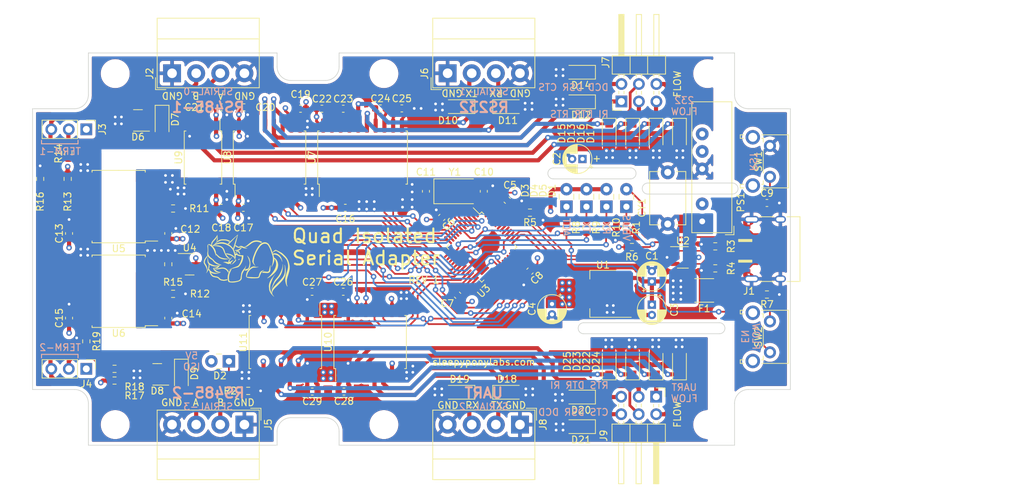
<source format=kicad_pcb>
(kicad_pcb (version 20211014) (generator pcbnew)
  (title_block (title "Isolated Serial Adapter") (date "2022-11-04") (rev "1") (company "Sleepy Pony Labs") (comment 4 "AISLER Project ID: QCJIQNDV"))
  (layers (0 "F.Cu" signal) (1 "In1.Cu" signal) (2 "In2.Cu" signal) (31 "B.Cu" signal) (34 "B.Paste" user) (35 "F.Paste" user) (36 "B.SilkS" user "B.Silkscreen") (37 "F.SilkS" user "F.Silkscreen") (38 "B.Mask" user) (39 "F.Mask" user) (44 "Edge.Cuts" user))
  (net 0 "")
  (net 1 "VBUS")
  (net 2 "GND")
  (net 3 "+5VD")
  (net 4 "GND2")
  (net 5 "+3V3")
  (net 6 "Net-(C9-Pad1)")
  (net 7 "Net-(C10-Pad2)")
  (net 8 "Net-(C11-Pad2)")
  (net 9 "Net-(C22-Pad2)")
  (net 10 "Net-(C23-Pad1)")
  (net 11 "Net-(C23-Pad2)")
  (net 12 "Net-(C24-Pad1)")
  (net 13 "Net-(C24-Pad2)")
  (net 14 "Net-(C25-Pad1)")
  (net 15 "Net-(D1-Pad1)")
  (net 16 "Net-(D2-Pad1)")
  (net 17 "Net-(D3-Pad1)")
  (net 18 "/RS232/TX1_ISO")
  (net 19 "/RS232/RX1_ISO")
  (net 20 "/RS232/RTS1_ISO")
  (net 21 "/RS232/DTR1_ISO")
  (net 22 "/RS232/CTS1_ISO")
  (net 23 "/RS232/DSR1_ISO")
  (net 24 "/RS232/RI1_ISO")
  (net 25 "/RS232/DCD1_ISO")
  (net 26 "Net-(F1-Pad1)")
  (net 27 "Net-(J1-PadA5)")
  (net 28 "/USB/UD+")
  (net 29 "/USB/UD-")
  (net 30 "Net-(J1-PadB5)")
  (net 32 "Net-(D4-Pad1)")
  (net 33 "Net-(R5-Pad2)")
  (net 34 "Net-(D5-Pad1)")
  (net 35 "Net-(R7-Pad2)")
  (net 36 "/USB/ACT")
  (net 37 "/RS485/~{RESET}")
  (net 38 "/RS232/CTS1")
  (net 39 "/RS232/RTS1")
  (net 40 "/RS232/TX1")
  (net 41 "/RS232/RX1")
  (net 42 "/RS232/DSR1")
  (net 43 "/RS232/DTR1")
  (net 44 "/RS232/RI1")
  (net 45 "/RS232/DCD1")
  (net 46 "/USB/RTS3")
  (net 47 "/USB/CTS3")
  (net 57 "Net-(J3-Pad2)")
  (net 59 "Net-(J4-Pad2)")
  (net 60 "/RS485/A3")
  (net 61 "/RS485/B3")
  (net 62 "/RS485/DIR3")
  (net 63 "/RS485/RX3")
  (net 64 "/RS485/TX3")
  (net 65 "/USB/CTS0")
  (net 66 "/USB/RTS0")
  (net 67 "/USB/DCD0")
  (net 68 "/USB/RI0")
  (net 69 "/USB/DSR0")
  (net 70 "/RS485/A0")
  (net 71 "/RS485/B0")
  (net 72 "/UART/TX2_ISO")
  (net 73 "/UART/RX2_ISO")
  (net 74 "/UART/RI2_ISO")
  (net 75 "/UART/DCD2_ISO")
  (net 76 "/UART/RTS2_ISO")
  (net 77 "/UART/DTR2_ISO")
  (net 78 "/UART/CTS2_ISO")
  (net 79 "/UART/DSR2_ISO")
  (net 80 "/UART/DTR2")
  (net 81 "/RS485/DIR0")
  (net 82 "/RS485/RX0")
  (net 83 "/RS485/TX0")
  (net 84 "/UART/RTS2")
  (net 85 "/UART/CTS2")
  (net 86 "/UART/RX2")
  (net 87 "/UART/TX2")
  (net 88 "/UART/DCD2")
  (net 89 "/UART/RI2")
  (net 90 "/UART/DSR2")
  (net 91 "/USB/TXS")
  (net 92 "/USB/RXS")
  (footprint "Resistor_SMD:R_0603_1608Metric" (layer "F.Cu") (at 99.7 70.7 90)
    (fp_text reference "R15")
    (fp_text value "100K")
  )
  (footprint "Diode_SMD:D_SOD-123F" (layer "F.Cu") (at 159.5 94.3 180)
    (fp_text reference "D21")
    (fp_text value "SMF15CA")
  )
  (footprint "isolated_serial_adapter:TerminalBlock_Degson_1x04_P3.50mm_Horizontal" (layer "F.Cu") (at 110.75 94 180)
    (fp_text reference "J5")
    (fp_text value "RS485_2")
  )
  (footprint "Connector_PinHeader_2.54mm:PinHeader_1x03_P2.54mm_Vertical" (layer "F.Cu") (at 87.8 51.1 -90)
    (fp_text reference "J3")
    (fp_text value "TERM")
  )
  (footprint "isolated_serial_adapter:TerminalBlock_Degson_1x04_P3.50mm_Horizontal" (layer "F.Cu") (at 150.75 94 180)
    (fp_text reference "J8")
    (fp_text value "UART_1")
  )
  (footprint "Diode_SMD:D_SOD-123F" (layer "F.Cu") (at 173.9 85.3 90)
    (fp_text reference "D24")
    (fp_text value "SMF15CA")
  )
  (footprint "isolated_serial_adapter:SOIC-8_7.5x5.85mm_P1.27mm_modified" (layer "F.Cu") (at 104.7 55.2 -90)
    (fp_text reference "U9")
    (fp_text value "CA-IS3720HG")
  )
  (footprint "Resistor_SMD:R_0603_1608Metric" (layer "F.Cu") (at 111.3 89.1)
    (fp_text reference "R2")
    (fp_text value "1K")
  )
  (footprint "Capacitor_SMD:C_0603_1608Metric" (layer "F.Cu") (at 99.7 66.225 90)
    (fp_text reference "C12")
    (fp_text value "100nF")
  )
  (footprint "Package_SO:SOIC-16W_7.5x10.3mm_P1.27mm" (layer "F.Cu") (at 114.4 55.2 90)
    (fp_text reference "U8")
    (fp_text value "CA-IS3742HW")
  )
  (footprint "Diode_SMD:D_SOD-123F" (layer "F.Cu") (at 101.6 86.7 -90)
    (fp_text reference "D9")
    (fp_text value "SMF12CA")
  )
  (footprint "Diode_SMD:D_SOD-123F" (layer "F.Cu") (at 163.7 85.3 90)
    (fp_text reference "D25")
    (fp_text value "SMF15CA")
  )
  (footprint "Capacitor_SMD:C_0603_1608Metric" (layer "F.Cu") (at 141.7 75.2 135)
    (fp_text reference "C7")
    (fp_text value "100nF")
  )
  (footprint "Capacitor_SMD:C_0603_1608Metric" (layer "F.Cu") (at 107.4 62.5)
    (fp_text reference "C18")
    (fp_text value "100nF")
  )
  (footprint "Capacitor_THT:C_Disc_D7.5mm_W5.0mm_P7.50mm" (layer "F.Cu") (at 172.2 64.85 90)
    (fp_text reference "CY1")
    (fp_text value "1nF")
  )
  (footprint "MountingHole:MountingHole_3.2mm_M3" (layer "F.Cu") (at 131 94)
    (fp_text reference "H5" hide)
    (fp_text value "M3")
  )
  (footprint "LED_THT:LED_Rectangular_W3.0mm_H2.0mm" (layer "F.Cu") (at 157.5 62.34 90)
    (fp_text reference "D3")
    (fp_text value "ACT")
  )
  (footprint "Capacitor_SMD:C_0603_1608Metric" (layer "F.Cu") (at 152.2 71.7 -135)
    (fp_text reference "C8")
    (fp_text value "100nF")
  )
  (footprint "MountingHole:MountingHole_3.2mm_M3" (layer "F.Cu") (at 178 43)
    (fp_text reference "H3" hide)
    (fp_text value "M3")
  )
  (footprint "Package_TO_SOT_SMD:SOT-23" (layer "F.Cu") (at 95.3 49.8 180)
    (fp_text reference "D6")
    (fp_text value "SM712")
  )
  (footprint "Capacitor_SMD:C_0603_1608Metric" (layer "F.Cu") (at 125.1 48.1)
    (fp_text reference "C23")
    (fp_text value "100nF")
  )
  (footprint "Capacitor_SMD:C_0603_1608Metric" (layer "F.Cu") (at 133.6 48.06)
    (fp_text reference "C25")
    (fp_text value "100nF")
  )
  (footprint "Package_QFP:LQFP-48_7x7mm_P0.5mm" (layer "F.Cu") (at 145.2 68.2 -45)
    (fp_text reference "U3")
    (fp_text value "CH344Q")
  )
  (footprint "Package_TO_SOT_SMD:SOT-23" (layer "F.Cu") (at 102.8 70.7)
    (fp_text reference "U4")
    (fp_text value "LM809R")
  )
  (footprint "Diode_SMD:D_SOD-123F" (layer "F.Cu") (at 163.7 51.7 -90)
    (fp_text reference "D15")
    (fp_text value "SMF15CA")
  )
  (footprint "LED_THT:LED_Rectangular_W3.0mm_H2.0mm" (layer "F.Cu") (at 166.2 62.34 90)
    (fp_text reference "D1")
    (fp_text value "PWR1")
  )
  (footprint "Connector_PinHeader_2.54mm:PinHeader_2x03_P2.54mm_Horizontal" (layer "F.Cu") (at 165.475 47.05 90)
    (fp_text reference "J7")
    (fp_text value "RS232_1_FLOW")
  )
  (footprint "Resistor_SMD:R_0603_1608Metric" (layer "F.Cu") (at 152.2 63.2 180)
    (fp_text reference "R5")
    (fp_text value "5K1")
  )
  (footprint "Resistor_SMD:R_0603_1608Metric" (layer "F.Cu") (at 179.1 68.1 180)
    (fp_text reference "R3")
    (fp_text value "5K1")
  )
  (footprint "isolated_serial_adapter:USB_C_Receptacle_HRO_TYPE-C-31-M-12_NO_SBU" (layer "F.Cu") (at 187.5 68.5 90)
    (fp_text reference "J1")
    (fp_text value "USB_C_Receptacle_USB2.0")
  )
  (footprint "Capacitor_SMD:C_0603_1608Metric" (layer "F.Cu") (at 148.9 61.4 -45)
    (fp_text reference "C5")
    (fp_text value "100nF")
  )
  (footprint "Capacitor_THT:CP_Radial_D4.0mm_P1.50mm" (layer "F.Cu") (at 169.9 76.577401 -90)
    (fp_text reference "C3")
    (fp_text value "10uF")
  )
  (footprint "Package_SO:SOIC-16W_7.5x10.3mm_P1.27mm" (layer "F.Cu") (at 92.5 62.325 180)
    (fp_text reference "U5")
    (fp_text value "ADM2483BRWZ")
  )
  (footprint "Package_TO_SOT_SMD:SOT-23" (layer "F.Cu") (at 98.1 86.7 180)
    (fp_text reference "D8")
    (fp_text value "SM712")
  )
  (footprint "Diode_SMD:D_SOD-123F" (layer "F.Cu") (at 98.8 49.8 -90)
    (fp_text reference "D7")
    (fp_text value "SMF12CA")
  )
  (footprint "Button_Switch_THT:SW_Tactile_SPST_Angled_PTS645Vx83-2LFS" (layer "F.Cu") (at 187.0375 53.5 -90)
    (fp_text reference "SW1")
    (fp_text value "RESET")
  )
  (footprint "Package_SO:SOIC-16W_7.5x10.3mm_P1.27mm" (layer "F.Cu") (at 116.7 82 -90)
    (fp_text reference "U11")
    (fp_text value "CA-IS3742HW")
  )
  (footprint "Package_TO_SOT_SMD:SOT-223-3_TabPin2" (layer "F.Cu") (at 162.8 75 180)
    (fp_text reference "U1")
    (fp_text value "AMS1117-3.3")
  )
  (footprint "Diode_SMD:D_SOD-123F" (layer "F.Cu") (at 170.5 51.7 -90)
    (fp_text reference "D16")
    (fp_text value "SMF15CA")
  )
  (footprint "Capacitor_SMD:C_0603_1608Metric" (layer "F.Cu") (at 120.6 89.2 180)
    (fp_text reference "C29")
    (fp_text value "100nF")
  )
  (footprint "Resistor_SMD:R_0603_1608Metric" (layer "F.Cu") (at 87.8 81.9 90)
    (fp_text reference "R19")
    (fp_text value "680R")
  )
  (footprint "Capacitor_SMD:C_0603_1608Metric" (layer "F.Cu") (at 130.5 48.06)
    (fp_text reference "C24")
    (fp_text value "100nF")
  )
  (footprint "MountingHole:MountingHole_3.2mm_M3" (layer "F.Cu") (at 131 43)
    (fp_text reference "H2" hide)
    (fp_text value "M3")
  )
  (footprint "MountingHole:MountingHole_3.2mm_M3" (layer "F.Cu") (at 92 94)
    (fp_text reference "H4" hide)
    (fp_text value "M3")
  )
  (footprint "Capacitor_SMD:C_0603_1608Metric" (layer "F.Cu") (at 110.7 47.9)
    (fp_text reference "C20")
    (fp_text value "100nF")
  )
  (footprint "Resistor_SMD:R_0603_1608Metric" (layer "F.Cu") (at 100.4 62.6)
    (fp_text reference "R11")
    (fp_text value "5K1")
  )
  (footprint "Diode_SMD:D_SOD-123F" (layer "F.Cu") (at 149 89.3)
    (fp_text reference "D18")
    (fp_text value "SMF15CA")
  )
  (footprint "Capacitor_SMD:C_0603_1608Metric" (layer "F.Cu") (at 122 48.1)
    (fp_text reference "C22")
    (fp_text value "100nF")
  )
  (footprint "Resistor_SMD:R_0603_1608Metric" (layer "F.Cu") (at 157.5 65.365 -90)
    (fp_text reference "R8")
    (fp_text value "1K")
  )
  (footprint "Resistor_SMD:R_0603_1608Metric" (layer "F.Cu") (at 100.4 75)
    (fp_text reference "R12")
    (fp_text value "5K1")
  )
  (footprint "Diode_SMD:D_SOD-123F" (layer "F.Cu") (at 142 47.8 180)
    (fp_text reference "D10")
    (fp_text value "SMF15CA")
  )
  (footprint "Resistor_SMD:R_0603_1608Metric" (layer "F.Cu") (at 186.6 75.1 180)
    (fp_text reference "R7")
    (fp_text value "5K1")
  )
  (footprint "Button_Switch_THT:SW_Tactile_SPST_Angled_PTS645Vx83-2LFS" (layer "F.Cu") (at 187.0375 79 -90)
    (fp_text reference "SW2")
    (fp_text value "FLOW_EN")
  )
  (footprint "LED_THT:LED_Rectangular_W3.0mm_H2.0mm" (layer "F.Cu") (at 160.4 62.34 90)
    (fp_text reference "D4")
    (fp_text value "TX")
  )
  (footprint "Resistor_SMD:R_0603_1608Metric" (layer "F.Cu") (at 160.4 65.365 -90)
    (fp_text reference "R9")
    (fp_text value "1K")
  )
  (footprint "Capacitor_SMD:C_0603_1608Metric" (layer "F.Cu") (at 107.4 47.9)
    (fp_text reference "C21")
    (fp_text value "100nF")
  )
  (footprint "Capacitor_SMD:C_0603_1608Metric" (layer "F.Cu") (at 137.1 60.1 -90)
    (fp_text reference "C11")
    (fp_text value "22pF")
  )
  (footprint "Diode_SMD:D_SOD-123F" (layer "F.Cu") (at 149 47.8)
    (fp_text reference "D11")
    (fp_text value "SMF15CA")
  )
  (footprint "Capacitor_SMD:C_0603_1608Metric" (layer "F.Cu") (at 125.1 74.7)
    (fp_text reference "C26")
    (fp_text value "100nF")
  )
  (footprint "Connector_PinHeader_2.54mm:PinHeader_1x03_P2.54mm_Vertical" (layer "F.Cu") (at 87.8 85.9 -90)
    (fp_text reference "J4")
    (fp_text value "TERM")
  )
  (footprint "Resistor_SMD:R_0603_1608Metric" (layer "F.Cu") (at 163.3 65.365 -90)
    (fp_text reference "R10")
    (fp_text value "1K")
  )
  (footprint "MountingHole:MountingHole_3.2mm_M3" (layer "F.Cu") (at 92 43)
    (fp_text reference "H1" hide)
    (fp_text value "M3")
  )
  (footprint "Diode_SMD:D_SOD-123F" (layer "F.Cu") (at 167.1 85.3 90)
    (fp_text reference "D23")
    (fp_text value "SMF15CA")
  )
  (footprint "Package_SO:SOIC-16W_7.5x10.3mm_P1.27mm" (layer "F.Cu") (at 129 82 90)
    (fp_text reference "U10")
    (fp_text value "CA-IS3741HW")
  )
  (footprint "Capacitor_SMD:C_0603_1608Metric" (layer "F.Cu") (at 85.3 66.225 90)
    (fp_text reference "C13")
    (fp_text value "100nF")
  )
  (footprint "Package_SO:SOIC-16W_7.5x10.3mm_P1.27mm" (layer "F.Cu") (at 92.5 74.625 180)
    (fp_text reference "U6")
    (fp_text value "ADM2483BRWZ")
  )
  (footprint "Crystal:Crystal_SMD_5032-2Pin_5.0x3.2mm" (layer "F.Cu") (at 141.3 60.1)
    (fp_text reference "Y1")
    (fp_text value "8MHz")
  )
  (footprint "Converter_DCDC:Converter_DCDC_XP_POWER-IAxxxxS_THT" (layer "F.Cu") (at 177.205 64.47 180)
    (fp_text reference "PS1")
    (fp_text value "IA0505S")
  )
  (footprint "Resistor_SMD:R_0603_1608Metric" (layer "F.Cu") (at 91.9 85.9)
    (fp_text reference "R18")
    (fp_text value "120R")
  )
  (footprint "Capacitor_THT:CP_Radial_D4.0mm_P1.50mm" (layer "F.Cu") (at 159.8226 55.4 180)
    (fp_text reference "C2")
    (fp_text value "10uF")
  )
  (footprint "Capacitor_SMD:C_0603_1608Metric" (layer "F.Cu") (at 99.7 78.525 90)
    (fp_text reference "C14")
    (fp_text value "100nF")
  )
  (footprint "Resistor_SMD:R_0603_1608Metric" (layer "F.Cu") (at 85.2 54.6 90)
    (fp_text reference "R14")
    (fp_text value "120R")
  )
  (footprint "slp_logo:sleepylogo_15mm" (layer "F.Cu") (at 111.3 70.4)
    (fp_text reference "G***" hide)
    (fp_text value "LOGO" hide)
  )
  (footprint "Diode_SMD:D_SOD-123F" (layer "F.Cu") (at 167.1 51.7 -90)
    (fp_text reference "D13")
    (fp_text value "SMF15CA")
  )
  (footprint "Resistor_SMD:R_0603_1608Metric" (layer "F.Cu") (at 91.9 87.6)
    (fp_text reference "R17")
    (fp_text value "680R")
  )
  (footprint "MountingHole:MountingHole_3.2mm_M3" (layer "F.Cu") (at 178 94)
    (fp_text reference "H6" hide)
    (fp_text value "M3")
  )
  (footprint "Diode_SMD:D_SOD-123F" (layer "F.Cu") (at 159.5 42.8 180)
    (fp_text reference "D14")
    (fp_text value "SMF15CA")
  )
  (footprint "Capacitor_SMD:C_0603_1608Metric" (layer "F.Cu") (at 85.3 78.525 90)
    (fp_text reference "C15")
    (fp_text value "100nF")
  )
  (footprint "Fuse:Fuse_1812_4532Metric" (layer "F.Cu") (at 177.5 74.5 180)
    (fp_text reference "F1")
    (fp_text value "BSMD1812-300-16V")
  )
  (footprint "Diode_SMD:D_SOD-123F" (layer "F.Cu") (at 159.5 47.1 180)
    (fp_text reference "D12")
    (fp_text value "SMF15CA")
  )
  (footprint "Capacitor_SMD:C_0603_1608Metric" (layer "F.Cu") (at 125.2 89.2)
    (fp_text reference "C28")
    (fp_text value "100nF")
  )
  (footprint "LED_THT:LED_Rectangular_W3.0mm_H2.0mm" (layer "F.Cu") (at 108.5 84.8 180)
    (fp_text reference "D2")
    (fp_text value "PWR2")
  )
  (footprint "Resistor_SMD:R_0603_1608Metric" (layer "F.Cu") (at 85.1 58.3 -90)
    (fp_text reference "R13")
    (fp_text value "680R")
  )
  (footprint "Package_SO:SOIC-20W_7.5x12.8mm_P1.27mm" (layer "F.Cu") (at 127.9 55.2 90)
    (fp_text reference "U7")
    (fp_text value "ADM3251E")
  )
  (footprint "Capacitor_SMD:C_0603_1608Metric" (layer "F.Cu") (at 145.5 60.1 -90)
    (fp_text reference "C10")
    (fp_text value "22pF")
  )
  (footprint "Capacitor_SMD:C_0603_1608Metric" (layer "F.Cu") (at 139.4 63.9 45)
    (fp_text reference "C6")
    (fp_text value "100nF")
  )
  (footprint "Capacitor_THT:CP_Radial_D4.0mm_P1.50mm" (layer "F.Cu") (at 155.4 76.477401 -90)
    (fp_text reference "C4")
    (fp_text value "10uF")
  )
  (footprint "Connector_PinHeader_2.54mm:PinHeader_2x03_P2.54mm_Horizontal" (layer "F.Cu") (at 170.525 89.95 -90)
    (fp_text reference "J9")
    (fp_text value "UART_1_FLOW")
  )
  (footprint "Capacitor_THT:CP_Radial_D4.0mm_P1.50mm" (layer "F.Cu") (at 169.9 73.2 90)
    (fp_text reference "C1")
    (fp_text value "10uF")
  )
  (footprint "Resistor_SMD:R_0603_1608Metric" (layer "F.Cu") (at 81.1 58.3 90)
    (fp_text reference "R16")
    (fp_text value "680R")
  )
  (footprint "Resistor_SMD:R_0603_1608Metric" (layer "F.Cu") (at 167 68.2 180)
    (fp_text reference "R6")
    (fp_text value "5K1")
  )
  (footprint "Diode_SMD:D_SOD-123F" (layer "F.Cu") (at 173.9 51.7 -90)
    (fp_text reference "D17")
    (fp_text value "SMF15CA")
  )
  (footprint "Capacitor_SMD:C_0603_1608Metric" (layer "F.Cu") (at 118.9 48.1 180)
    (fp_text reference "C19")
    (fp_text value "100nF")
  )
  (footprint "LED_THT:LED_Rectangular_W3.0mm_H2.0mm" (layer "F.Cu") (at 163.3 62.34 90)
    (fp_text reference "D5")
    (fp_text value "RX")
  )
  (footprint "isolated_serial_adapter:TerminalBlock_Degson_1x04_P3.50mm_Horizontal" (layer "F.Cu") (at 140.25 42.95)
    (fp_text reference "J6")
    (fp_text value "RS232_1")
  )
  (footprint "Resistor_SMD:R_0603_1608Metric" (layer "F.Cu") (at 166.2 65.365 -90)
    (fp_text reference "R1")
    (fp_text value "1K")
  )
  (footprint "Capacitor_SMD:C_0603_1608Metric" (layer "F.Cu") (at 186.6 61.8)
    (fp_text reference "C9")
    (fp_text value "100nF")
  )
  (footprint "Diode_SMD:D_SOD-123F" (layer "F.Cu") (at 159.5 90 180)
    (fp_text reference "D20")
    (fp_text value "SMF15CA")
  )
  (footprint "Resistor_SMD:R_0603_1608Metric" (layer "F.Cu") (at 179.1 71.3 180)
    (fp_text reference "R4")
    (fp_text value "5K1")
  )
  (footprint "Capacitor_SMD:C_0603_1608Metric" (layer "F.Cu") (at 125.4 62.5)
    (fp_text reference "C16")
    (fp_text value "100nF")
  )
  (footprint "Package_TO_SOT_SMD:SOT-23-6" (layer "F.Cu") (at 174.4 69.7)
    (fp_text reference "U2")
    (fp_text value "USBLC6-2SC6")
  )
  (footprint "Diode_SMD:D_SOD-123F" (layer "F.Cu") (at 170.5 85.3 90)
    (fp_text reference "D22")
    (fp_text value "SMF15CA")
  )
  (footprint "isolated_serial_adapter:TerminalBlock_Degson_1x04_P3.50mm_Horizontal" (layer "F.Cu") (at 100.25 42.95)
    (fp_text reference "J2")
    (fp_text value "RS485_1")
  )
  (footprint "Capacitor_SMD:C_0603_1608Metric" (layer "F.Cu") (at 110.6 62.5)
    (fp_text reference "C17")
    (fp_text value "100nF")
  )
  (footprint "Capacitor_SMD:C_0603_1608Metric" (layer "F.Cu") (at 120.575 74.7 180)
    (fp_text reference "C27")
    (fp_text value "100nF")
  )
  (footprint "Diode_SMD:D_SOD-123F" (layer "F.Cu") (at 142 89.3 180)
    (fp_text reference "D19")
    (fp_text value "SMF15CA")
  )
  (gr_line (start 86.6 53.2) (end 81.3 53.2) (layer "B.SilkS") (width 0.15))
  (gr_line (start 81.3 84.3) (end 81.3 83.8) (layer "B.SilkS") (width 0.15))
  (gr_line (start 81.3 53.2) (end 81.3 52.7) (layer "B.SilkS") (width 0.15))
  (gr_line (start 81.3 83.8) (end 86.6 83.8) (layer "B.SilkS") (width 0.15))
  (gr_line (start 86.6 52.7) (end 86.6 53.2) (layer "B.SilkS") (width 0.15))
  (gr_line (start 86.6 83.8) (end 86.6 84.3) (layer "B.SilkS") (width 0.15))
  (gr_arc (start 160 80.8) (mid 159.2 80) (end 160 79.2) (layer "Edge.Cuts") (width 0.1))
  (gr_line (start 155.6 56.7) (end 166.8 56.7) (layer "Edge.Cuts") (width 0.1))
  (gr_line (start 181.9 97) (end 124.5 97) (layer "Edge.Cuts") (width 0.1))
  (gr_line (start 115.5 40) (end 88.1 40) (layer "Edge.Cuts") (width 0.1))
  (gr_line (start 80 88.9) (end 80 48.1) (layer "Edge.Cuts") (width 0.1))
  (gr_line (start 190 48.1) (end 190 88.9) (layer "Edge.Cuts") (width 0.1))
  (gr_line (start 115.5 40) (end 115.5 42) (layer "Edge.Cuts") (width 0.1))
  (gr_line (start 169.3 58.9) (end 181.6 58.9) (layer "Edge.Cuts") (width 0.1))
  (gr_line (start 88.1 97) (end 115.5 97) (layer "Edge.Cuts") (width 0.1))
  (gr_line (start 117.5 44) (end 122.5 44) (layer "Edge.Cuts") (width 0.1))
  (gr_arc (start 117.5 44) (mid 116.085786 43.414214) (end 115.5 42) (layer "Edge.Cuts") (width 0.1))
  (gr_arc (start 166.8 56.7) (mid 167.6 57.5) (end 166.8 58.3) (layer "Edge.Cuts") (width 0.1))
  (gr_arc (start 122.5 93) (mid 123.914214 93.585786) (end 124.5 95) (layer "Edge.Cuts") (width 0.1))
  (gr_arc (start 181.9 90.9) (mid 182.485786 89.485786) (end 183.9 88.9) (layer "Edge.Cuts") (width 0.1))
  (gr_line (start 155.6 58.3) (end 166.8 58.3) (layer "Edge.Cuts") (width 0.1))
  (gr_arc (start 115.5 95) (mid 116.085786 93.585786) (end 117.5 93) (layer "Edge.Cuts") (width 0.1))
  (gr_arc (start 183.9 48.1) (mid 182.485786 47.514214) (end 181.9 46.1) (layer "Edge.Cuts") (width 0.1))
  (gr_line (start 124.5 40) (end 181.9 40) (layer "Edge.Cuts") (width 0.1))
  (gr_arc (start 179.7 79.2) (mid 180.5 80) (end 179.7 80.8) (layer "Edge.Cuts") (width 0.1))
  (gr_line (start 160 79.2) (end 179.7 79.2) (layer "Edge.Cuts") (width 0.1))
  (gr_arc (start 155.6 58.3) (mid 154.8 57.5) (end 155.6 56.7) (layer "Edge.Cuts") (width 0.1))
  (gr_line (start 183.9 48.1) (end 190 48.1) (layer "Edge.Cuts") (width 0.1))
  (gr_line (start 181.9 40) (end 181.9 46.1) (layer "Edge.Cuts") (width 0.1))
  (gr_line (start 124.5 42) (end 124.5 40) (layer "Edge.Cuts") (width 0.1))
  (gr_line (start 117.5 93) (end 122.5 93) (layer "Edge.Cuts") (width 0.1))
  (gr_line (start 160 80.8) (end 179.7 80.8) (layer "Edge.Cuts") (width 0.1))
  (gr_line (start 181.9 97) (end 181.9 90.9) (layer "Edge.Cuts") (width 0.1))
  (gr_line (start 88.1 40) (end 88.1 46.1) (layer "Edge.Cuts") (width 0.1))
  (gr_arc (start 124.5 42) (mid 123.914214 43.414214) (end 122.5 44) (layer "Edge.Cuts") (width 0.1))
  (gr_line (start 86.1 48.1) (end 80 48.1) (layer "Edge.Cuts") (width 0.1))
  (gr_line (start 115.5 97) (end 115.5 95) (layer "Edge.Cuts") (width 0.1))
  (gr_arc (start 88.1 46.1) (mid 87.514214 47.514214) (end 86.1 48.1) (layer "Edge.Cuts") (width 0.1))
  (gr_line (start 124.5 95) (end 124.5 97) (layer "Edge.Cuts") (width 0.1))
  (gr_line (start 183.9 88.9) (end 190 88.9) (layer "Edge.Cuts") (width 0.1))
  (gr_arc (start 169.3 60.5) (mid 168.5 59.7) (end 169.3 58.9) (layer "Edge.Cuts") (width 0.1))
  (gr_arc (start 86.1 88.9) (mid 87.514214 89.485786) (end 88.1 90.9) (layer "Edge.Cuts") (width 0.1))
  (gr_arc (start 181.6 58.9) (mid 182.4 59.7) (end 181.6 60.5) (layer "Edge.Cuts") (width 0.1))
  (gr_line (start 88.1 97) (end 88.1 90.9) (layer "Edge.Cuts") (width 0.1))
  (gr_line (start 86.1 88.9) (end 80 88.9) (layer "Edge.Cuts") (width 0.1))
  (gr_line (start 169.3 60.5) (end 181.6 60.5) (layer "Edge.Cuts") (width 0.1))
  (gr_text "SERIAL-1" (at 145.5 45.6) (layer "B.SilkS") (effects (font (size 1 1)) (justify mirror)))
  (gr_text "RS485-2" (at 105.5 89.4) (layer "B.SilkS") (effects (font (size 1.5 1.5) (thickness 0.3)) (justify mirror)))
  (gr_text "RS485-1" (at 105.5 47.9) (layer "B.SilkS") (effects (font (size 1.5 1.5) (thickness 0.3)) (justify mirror)))
  (gr_text "5V\nISO" (at 103.1 84.8) (layer "B.SilkS") (effects (font (size 1 1)) (justify mirror)))
  (gr_text "SERIAL-2" (at 145.5 91.4) (layer "B.SilkS") (effects (font (size 1 1)) (justify mirror)))
  (gr_text "UART" (at 145.5 89.4) (layer "B.SilkS") (effects (font (size 1.5 1.5) (thickness 0.3)) (justify mirror)))
  (gr_text "DCD DSR CTS" (at 163.7 45) (layer "B.SilkS") (effects (font (size 1 1)) (justify left mirror)))
  (gr_text "SERIAL-0" (at 105.5 45.6) (layer "B.SilkS") (effects (font (size 1 1)) (justify mirror)))
  (gr_text "FLOW\nEN" (at 184.2 81.2 270) (layer "B.SilkS") (effects (font (size 1 1)) (justify mirror)))
  (gr_text "RI DTR RTS" (at 163.7 48.9) (layer "B.SilkS") (effects (font (size 1 1)) (justify left mirror)))
  (gr_text "RX" (at 163.3 65.4 270) (layer "B.SilkS") (effects (font (size 1 1)) (justify mirror)))
  (gr_text "TERM-2" (at 84 82.8) (layer "B.SilkS") (effects (font (size 1 1)) (justify mirror)))
  (gr_text "TX" (at 160.4 65.3 270) (layer "B.SilkS") (effects (font (size 1 1)) (justify mirror)))
  (gr_text "232\nFLOW" (at 174.6 47.7) (layer "B.SilkS") (effects (font (size 1 1)) (justify mirror)))
  (gr_text "SERIAL-3" (at 105.5 91.4) (layer "B.SilkS") (effects (font (size 1 1)) (justify mirror)))
  (gr_text "VBUS" (at 166.2 65.4 270) (layer "B.SilkS") (effects (font (size 1 1)) (justify mirror)))
  (gr_text "RTS DTR RI" (at 163.7 88.3) (layer "B.SilkS") (effects (font (size 1 1)) (justify left mirror)))
  (gr_text "UART\nFLOW" (at 174.6 89.4) (layer "B.SilkS") (effects (font (size 1 1)) (justify mirror)))
  (gr_text "ACT" (at 157.5 65.3 270) (layer "B.SilkS") (effects (font (size 1 1)) (justify mirror)))
  (gr_text "RST" (at 184.6 55.8 270) (layer "B.SilkS") (effects (font (size 1 1)) (justify mirror)))
  (gr_text "RS232" (at 145.5 47.9) (layer "B.SilkS") (effects (font (size 1.5 1.5) (thickness 0.3)) (justify mirror)))
  (gr_text "TERM-1" (at 84 54.3) (layer "B.SilkS") (effects (font (size 1 1)) (justify mirror)))
  (gr_text "CTS DSR DCD" (at 163.7 92.2) (layer "B.SilkS") (effects (font (size 1 1)) (justify left mirror)))
  (gr_text "RX" (at 147.3 45.8 180) (layer "F.SilkS") (effects (font (size 1 1))))
  (gr_text "GND" (at 150.8 45.8 180) (layer "F.SilkS") (effects (font (size 1 1))))
  (gr_text "TX" (at 143.7 45.8 180) (layer "F.SilkS") (effects (font (size 1 1))))
  (gr_text "GND" (at 150.1 91.2) (layer "F.SilkS") (effects (font (size 1 1))))
  (gr_text "B" (at 107.3 90.8) (layer "F.SilkS") (effects (font (size 1 1))))
  (gr_text "FLOW" (at 173.6 92.5 90) (layer "F.SilkS") (effects (font (size 1 1))))
  (gr_text "GND" (at 140.9 45.8 180) (layer "F.SilkS") (effects (font (size 1 1))))
  (gr_text "GND" (at 100.2 90.8) (layer "F.SilkS") (effects (font (size 1 1))))
  (gr_text "GND" (at 110.8 46.2 180) (layer "F.SilkS") (effects (font (size 1 1))))
  (gr_text "GND" (at 140.3 91.2) (layer "F.SilkS") (effects (font (size 1 1))))
  (gr_text "GND" (at 110.7 90.8) (layer "F.SilkS") (effects (font (size 1 1))))
  (gr_text "Quad Isolated\nSerial Adapter" (at 117.5 68.2) (layer "F.SilkS") (effects (font (size 2 2) (thickness 0.3)) (justify left)))
  (gr_text "RX" (at 143.8 91.2) (layer "F.SilkS") (effects (font (size 1 1))))
  (gr_text "REV 1" (at 136.8 73) (layer "F.SilkS") (effects (font (size 1 1))))
  (gr_text "FLOW" (at 173.6 44.5 90) (layer "F.SilkS") (effects (font (size 1 1))))
  (gr_text "GND" (at 100.3 46.2 180) (layer "F.SilkS") (effects (font (size 1 1))))
  (gr_text "TX" (at 147.4 91.2) (layer "F.SilkS") (effects (font (size 1 1))))
  (gr_text "A" (at 107.3 46.2 180) (layer "F.SilkS") (effects (font (size 1 1))))
  (gr_text "sleepyponylabs.com" (at 145.5 84.9) (layer "F.SilkS") (effects (font (size 1 1))))
  (gr_text "A" (at 103.7 90.8) (layer "F.SilkS") (effects (font (size 1 1))))
  (gr_text "+" (at 161.9 55.3) (layer "F.SilkS") (effects (font (size 1 1))))
  (gr_text "B" (at 103.7 46.2 180) (layer "F.SilkS") (effects (font (size 1 1))))
  (segment (start 169.9 73.2) (end 169.9 76.577401) (width 0.6) (layer "F.Cu") (net 1))
  (segment (start 168 72.7) (end 165.95 72.7) (width 0.6) (layer "F.Cu") (net 1))
  (segment (start 174.875 66.8) (end 177.205 64.47) (width 0.25) (layer "F.Cu") (net 1))
  (segment (start 169.9 73.2) (end 168.5 73.2) (width 0.6) (layer "F.Cu") (net 1))
  (segment (start 174.0625 73.2) (end 175.3625 74.5) (width 0.6) (layer "F.Cu") (net 1))
  (segment (start 175.5375 69.7) (end 176.7 69.7) (width 0.6) (layer "F.Cu") (net 1))
  (segment (start 168.5 66.3) (end 169 66.8) (width 0.25) (layer "F.Cu") (net 1))
  (segment (start 169.9 73.2) (end 174.0625 73.2) (width 0.6) (layer "F.Cu") (net 1))
  (segment (start 166.5 59.8) (end 168.5 61.8) (width 0.25) (layer "F.Cu") (net 1))
  (segment (start 168.5 61.8) (end 168.5 66.3) (width 0.25) (layer "F.Cu") (net 1))
  (segment (start 169 66.8) (end 174.875 66.8) (width 0.25) (layer "F.Cu") (net 1))
  (segment (start 166.2 59.8) (end 166.5 59.8) (width 0.25) (layer "F.Cu") (net 1))
  (segment (start 168.5 73.2) (end 168 72.7) (width 0.6) (layer "F.Cu") (net 1))
  (via (at 174.1 74.9) (size 0.8) (drill 0.4) (layers "F.Cu" "B.Cu") (net 1))
  (via (at 174.1 74) (size 0.8) (drill 0.4) (layers "F.Cu" "B.Cu") (net 1))
  (via (at 173 74.9) (size 0.8) (drill 0.4) (layers "F.Cu" "B.Cu") (net 1))
  (via (at 173 74) (size 0.8) (drill 0.4) (layers "F.Cu" "B.Cu") (net 1))
  (via (at 174.1 75.8) (size 0.8) (drill 0.4) (layers "F.Cu" "B.Cu") (net 1))
  (via (at 176.7 69.7) (size 0.8) (drill 0.4) (layers "F.Cu" "B.Cu") (net 1))
  (via (at 173 73.1) (size 0.8) (drill 0.4) (layers "F.Cu" "B.Cu") (net 1))
  (via (at 174.1 73.1) (size 0.8) (drill 0.4) (layers "F.Cu" "B.Cu") (net 1))
  (via (at 173 75.8) (size 0.8) (drill 0.4) (layers "F.Cu" "B.Cu") (net 1))
  (segment (start 176.7 69.7) (end 175.9 69.7) (width 0.6) (layer "B.Cu") (net 1))
  (segment (start 175.9 69.7) (end 174.1 71.5) (width 0.6) (layer "B.Cu") (net 1))
  (segment (start 174.1 71.5) (end 174.1 73.1) (width 0.6) (layer "B.Cu") (net 1))
  (segment (start 119.875 75.825) (end 119.875 74.775) (width 0.6) (layer "F.Cu") (net 2))
  (segment (start 166.2 66.8) (end 166.2 66.19) (width 0.25) (layer "F.Cu") (net 2))
  (segment (start 101.225 62.6) (end 102.2 62.6) (width 0.4) (layer "F.Cu") (net 2))
  (segment (start 101.65 69.75) (end 101.8625 69.75) (width 0.6) (layer "F.Cu") (net 2))
  (segment (start 141.803984 74) (end 141.151992 74.651992) (width 0.25) (layer "F.Cu") (net 2))
  (segment (start 148.996016 62.4) (end 149.448008 61.948008) (width 0.25) (layer "F.Cu") (net 2))
  (segment (start 142.786998 71.673662) (end 142.786998 71.663002) (width 0.25) (layer "F.Cu") (net 2))
  (segment (start 100.575 69.875) (end 100.7 69.75) (width 0.6) (layer "F.Cu") (net 2))
  (segment (start 146.775 59.325) (end 146.8 59.3) (width 0.6) (layer "F.Cu") (net 2))
  (segment (start 149.448008 61.948008) (end 149.896016 61.5) (width 0.25) (layer "F.Cu") (net 2))
  (segment (start 183.455 65.25) (end 183.455 64.57) (width 0.6) (layer "F.Cu") (net 2))
  (segment (start 137.1 59.325) (end 136.125 59.325) (width 0.6) (layer "F.Cu") (net 2))
  (segment (start 139.396016 62.8) (end 138.6 62.8) (width 0.25) (layer "F.Cu") (net 2))
  (segment (start 98.825 69.875) (end 99.7 69.875) (width 0.6) (layer "F.Cu") (net 2))
  (segment (start 150.9 71.496016) (end 151.651992 72.248008) (width 0.25) (layer "F.Cu") (net 2))
  (segment (start 108.175 61.325) (end 108.2 61.3) (width 0.6) (layer "F.Cu") (net 2))
  (segment (start 154.1 64.3) (end 154.1 63.6) (width 0.25) (layer "F.Cu") (net 2))
  (segment (start 119.875 74.775) (end 119.8 74.7) (width 0.6) (layer "F.Cu") (net 2))
  (segment (start 111.375 62.5) (end 111.375 61.575) (width 0.6) (layer "F.Cu") (net 2))
  (segment (start 168.477401 78.077401) (end 167.7 77.3) (width 0.6) (layer "F.Cu") (net 2))
  (segment (start 111.375 61.575) (end 111.3 61.5) (width 0.6) (layer "F.Cu") (net 2))
  (segment (start 177.4 68.1) (end 177.1 67.8) (width 0.4) (layer "F.Cu") (net 2))
  (segment (start 142.6 74) (end 141.803984 74) (width 0.25) (layer "F.Cu") (net 2))
  (segment (start 150.9 70.7) (end 150.9 71.496016) (width 0.25) (layer "F.Cu") (net 2))
  (segment (start 164.6 67.2) (end 165.8 67.2) (width 0.25) (layer "F.Cu") (net 2))
  (segment (start 111.225 61.425) (end 111.225 59.85) (width 0.6) (layer "F.Cu") (net 2))
  (segment (start 143.865678 72.734322) (end 144.8 71.8) (width 0.25) (layer "F.Cu") (net 2))
  (segment (start 99.7 65.45) (end 100.75 65.45) (width 0.6) (layer "F.Cu") (net 2))
  (segment (start 143.847658 72.734322) (end 143.847658 72.752342) (width 0.25) (layer "F.Cu") (net 2))
  (segment (start 99.65 77.8) (end 99.7 77.75) (width 0.6) (layer "F.Cu") (net 2))
  (segment (start 108.2 61.3) (end 108.2 60.1) (width 0.6) (layer "F.Cu") (net 2))
  (segment (start 151.3 72.6) (end 151.3 73.7) (width 0.25) (layer "F.Cu") (net 2))
  (segment (start 99.65 65.5) (end 99.7 65.45) (width 0.6) (layer "F.Cu") (net 2))
  (segment (start 146.552342 63.665678) (end 146.552342 63.647658) (width 0.25) (layer "F.Cu") (net 2))
  (segment (start 177.4 71.3) (end 178.275 71.3) (width 0.4) (layer "F.Cu") (net 2))
  (segment (start 97.15 65.5) (end 99.65 65.5) (width 0.6) (layer "F.Cu") (net 2))
  (segment (start 127.265 59.85) (end 128.535 59.85) (width 0.6) (layer "F.Cu") (net 2))
  (segment (start 99.7 77.75) (end 100.95 77.75) (width 0.6) (layer "F.Cu") (net 2))
  (segment (start 100.95 77.75) (end 101 77.8) (width 0.6) (layer "F.Cu") (net 2))
  (segment (start 183.455 71.75) (end 183.455 72.255) (width 0.6) (layer "F.Cu") (net 2))
  (segment (start 136.125 59.325) (end 135.9 59.1) (width 0.6) (layer "F.Cu") (net 2))
  (segment (start 173.2625 69.7) (end 172.1 69.7) (width 0.6) (layer "F.Cu") (net 2))
  (segment (start 184.02 72.82) (end 184.37 72.82) (width 0.6) (layer "F.Cu") (net 2))
  (segment (start 183.455 72.255) (end 184.02 72.82) (width 0.6) (layer "F.Cu") (net 2))
  (segment (start 126.175 62.5) (end 126.175 61.575) (width 0.6) (layer "F.Cu") (net 2))
  (segment (start 147.8 62.4) (end 148.996016 62.4) (width 0.25) (layer "F.Cu") (net 2))
  (segment (start 128.535 59.85) (end 129.805 59.85) (width 0.6) (layer "F.Cu") (net 2))
  (segment (start 149.896016 61.5) (end 151 61.5) (width 0.25) (layer "F.Cu") (net 2))
  (segment (start 141.726338 65.786998) (end 141.726338 65.776338) (width 0.25) (layer "F.Cu") (net 2))
  (segment (start 146.552342 63.647658) (end 147.8 62.4) (width 0.25) (layer "F.Cu") (net 2))
  (segment (start 165.8 67.2) (end 166.2 66.8) (width 0.25) (layer "F.Cu") (net 2))
  (segment (start 97.15 70.18) (end 97.72 70.18) (width 0.6) (layer "F.Cu") (net 2))
  (segment (start 119.875 77.35) (end 119.875 75.825) (width 0.6) (layer "F.Cu") (net 2))
  (segment (start 125.825 77.35) (end 125.825 75.875) (width 0.6) (layer "F.Cu") (net 2))
  (segment (start 101.225 75) (end 102.2 75) (width 0.4) (layer "F.Cu") (net 2))
  (segment (start 143.847658 72.752342) (end 142.6 74) (width 0.25) (layer "F.Cu") (net 2))
  (segment (start 144.8 71.8) (end 144.8 71.2) (width 0.25) (layer "F.Cu") (net 2))
  (segment (start 144.025 70.425) (end 143.5 69.9) (width 0.25) (layer "F.Cu") (net 2))
  (segment (start 167.7 77.3) (end 165.95 77.3) (width 0.6) (layer "F.Cu") (net 2))
  (segment (start 149.752342 69.552342) (end 150.9 70.7) (width 0.25) (layer "F.Cu") (net 2))
  (segment (start 100.7 69.75) (end 100.95 69.75) (width 0.6) (layer "F.Cu") (net 2))
  (segment (start 97.72 70.18) (end 98.52 70.18) (width 0.6) (layer "F.Cu") (net 2))
  (segment (start 183.845 64.18) (end 184.37 64.18) (width 0.6) (layer "F.Cu") (net 2))
  (segment (start 111.375 63.975) (end 111.4 64) (width 0.6) (layer "F.Cu") (net 2))
  (segment (start 154.1 63.6) (end 153.7 63.2) (width 0.25) (layer "F.Cu") (net 2))
  (segment (start 135.9 59.1) (end 135.1 59.1) (width 0.6) (layer "F.Cu") (net 2))
  (segment (start 125.825 74.75) (end 125.875 74.7) (width 0.6) (layer "F.Cu") (net 2))
  (segment (start 142.786998 71.663002) (end 144.025 70.425) (width 0.25) (layer "F.Cu") (net 2))
  (segment (start 126.175 61.575) (end 125.995 61.395) (width 0.6) (layer "F.Cu") (net 2))
  (segment (start 99.7 69.875) (end 100.575 69.875) (width 0.6) (layer "F.Cu") (net 2))
  (segment (start 145.5 59.325) (end 146.775 59.325) (width 0.6) (layer "F.Cu") (net 2))
  (segment (start 108.175 62.5) (end 108.175 61.325) (width 0.6) (layer "F.Cu") (net 2))
  (segment (start 187.375 61.8) (end 188.4 61.8) (width 0.25) (layer "F.Cu") (net 2))
  (segment (start 125.995 59.85) (end 127.265 59.85) (width 0.6) (layer "F.Cu") (net 2))
  (segment (start 151.651992 72.248008) (end 151.3 72.6) (width 0.25) (layer "F.Cu") (net 2))
  (segment (start 141.726338 65.776338) (end 140.45 64.5) (width 0.25) (layer "F.Cu") (net 2))
  (segment (start 187.425 75.1) (end 188.4 75.1) (width 0.25) (layer "F.Cu") (net 2))
  (segment (start 140.45 64.5) (end 140.45 63.853984) (width 0.25) (layer "F.Cu") (net 2))
  (segment (start 111.3 61.5) (end 111.225 61.425) (width 0.6) (layer "F.Cu") (net 2))
  (segment (start 125.825 75.875) (end 125.825 74.75) (width 0.6) (layer "F.Cu") (net 2))
  (segment (start 97.15 77.8) (end 99.65 77.8) (width 0.6) (layer "F.Cu") (net 2))
  (segment (start 111.375 62.5) (end 111.375 63.975) (width 0.6) (layer "F.Cu") (net 2))
  (segment (start 177.1 71.6) (end 177.4 71.3) (width 0.4) (layer "F.Cu") (net 2))
  (segment (start 100.75 65.45) (end 100.8 65.5) (width 0.6) (layer "F.Cu") (net 2))
  (segment (start 144.8 71.2) (end 144.025 70.425) (width 0.25) (layer "F.Cu") (net 2))
  (segment (start 169.9 78.077401) (end 168.477401 78.077401) (width 0.6) (layer "F.Cu") (net 2))
  (segment (start 98.52 70.18) (end 98.825 69.875) (width 0.6) (layer "F.Cu") (net 2))
  (segment (start 125.995 61.395) (end 125.995 59.85) (width 0.6) (layer "F.Cu") (net 2))
  (segment (start 183.455 64.57) (end 183.845 64.18) (width 0.6) (layer "F.Cu") (net 2))
  (segment (start 139.948008 63.351992) (end 139.396016 62.8) (width 0.25) (layer "F.Cu") (net 2))
  (segment (start 153.7 63.2) (end 153.025 63.2) (width 0.25) (layer "F.Cu") (net 2))
  (segment (start 100.95 69.75) (end 101.65 69.75) (width 0.6) (layer "F.Cu") (net 2))
  (segment (start 143.847658 72.734322) (end 143.865678 72.734322) (width 0.25) (layer "F.Cu") (net 2))
  (segment (start 140.45 63.853984) (end 139.948008 63.351992) (width 0.25) (layer "F.Cu") (net 2))
  (segment (start 149.734322 69.552342) (end 149.752342 69.552342) (width 0.25) (layer "F.Cu") (net 2))
  (segment (start 178.275 68.1) (end 177.4 68.1) (width 0.4) (layer "F.Cu") (net 2))
  (via (at 135.1 60.2) (size 0.8) (drill 0.4) (layers "F.Cu" "B.Cu") (net 2))
  (via (at 110.6 76.7) (size 0.8) (drill 0.4) (layers "F.Cu" "B.Cu") (net 2))
  (via (at 102 59.6) (size 0.8) (drill 0.4) (layers "F.Cu" "B.Cu") (net 2))
  (via (at 164.3 76.7) (size 0.8) (drill 0.4) (layers "F.Cu" "B.Cu") (net 2))
  (via (at 100 59.8) (size 0.8) (drill 0.4) (layers "F.Cu" "B.Cu") (net 2))
  (via (at 108.2 61.3) (size 0.8) (drill 0.4) (layers "F.Cu" "B.Cu") (net 2))
  (via (at 135.1 59.1) (size 0.8) (drill 0.4) (layers "F.Cu" "B.Cu") (net 2))
  (via (at 127.4 61.6) (size 0.8) (drill 0.4) (layers "F.Cu" "B.Cu") (net 2))
  (via (at 102.2 62.6) (size 0.8) (drill 0.4) (layers "F.Cu" "B.Cu") (net 2))
  (via (at 164.6 67.2) (size 0.8) (drill 0.4) (layers "F.Cu" "B.Cu") (net 2))
  (via (at 100.8 65.5) (size 0.8) (drill 0.4) (layers "F.Cu" "B.Cu") (net 2))
  (via (at 129.6 62.7) (size 0.8) (drill 0.4) (layers "F.Cu" "B.Cu") (net 2))
  (via (at 101.1 60.5) (size 0.8) (drill 0.4) (layers "F.Cu" "B.Cu") (net 2))
  (via (at 125.825 75.875) (size 0.8) (drill 0.4) (layers "F.Cu" "B.Cu") (net 2))
  (via (at 172.1 69.7) (size 0.8) (drill 0.4) (layers "F.Cu" "B.Cu") (net 2))
  (via (at 101 77.8) (size 0.8) (drill 0.4) (layers "F.Cu" "B.Cu") (net 2))
  (via (at 129.6 61.6) (size 0.8) (drill 0.4) (layers "F.Cu" "B.Cu") (net 2))
  (via (at 163.4 76.7) (size 0.8) (drill 0.4) (layers "F.Cu" "B.Cu") (net 2))
  (via (at 133.5 74.8) (size 0.8) (drill 0.4) (layers "F.Cu" "B.Cu") (net 2))
  (via (at 119.875 75.825) (size 0.8) (drill 0.4) (layers "F.Cu" "B.Cu") (net 2))
  (via (at 138.6 62.8) (size 0.8) (drill 0.4) (layers "F.Cu" "B.Cu") (net 2))
  (via (at 111.5 76.7) (size 0.8) (drill 0.4) (layers "F.Cu" "B.Cu") (net 2))
  (via (at 108.2 60.1) (size 0.8) (drill 0.4) (layers "F.Cu" "B.Cu") (net 2))
  (via (at 119.7 59.7) (size 0.8) (drill 0.4) (layers "F.Cu" "B.Cu") (net 2))
  (via (at 111.4 64) (size 0.8) (drill 0.4) (layers "F.Cu" "B.Cu") (net 2))
  (via (at 111.5 77.6) (size 0.8) (drill 0.4) (layers "F.Cu" "B.Cu") (net 2))
  (via (at 164.3 77.7) (size 0.8) (drill 0.4) (layers "F.Cu" "B.Cu") (net 2))
  (via (at 111.3 61.5) (size 0.8) (drill 0.4) (layers "F.Cu" "B.Cu") (net 2))
  (via (at 100.3 58.8) (size 0.8) (drill 0.4) (layers "F.Cu" "B.Cu") (net 2))
  (via (at 120.6 59.7) (size 0.8) (drill 0.4) (layers "F.Cu" "B.Cu") (net 2))
  (via (at 100.3 57.8) (size 0.8) (drill 0.4) (layers "F.Cu" "B.Cu") (net 2))
  (via (at 188.4 75.1) (size 0.8) (drill 0.4) (layers "F.Cu" "B.Cu") (net 2))
  (via (at 134.3 74.8) (size 0.8) (drill 0.4) (layers "F.Cu" "B.Cu") (net 2))
  (via (at 146.8 59.3) (size 0.8) (drill 0.4) (layers "F.Cu" "B.Cu") (net 2))
  (via (at 127.4 62.7) (size 0.8) (drill 0.4) (layers "F.Cu" "B.Cu") (net 2))
  (via (at 133.5 75.7) (size 0.8) (drill 0.4) (layers "F.Cu" "B.Cu") (net 2))
  (via (at 102 60.5) (size 0.8) (drill 0.4) (layers "F.Cu" "B.Cu") (net 2))
  (via (at 98.7 68.7) (size 0.8) (drill 0.4) (layers "F.Cu" "B.Cu") (net 2))
  (via (at 97.7 68.7) (size 0.8) (drill 0.4) (layers "F.Cu" "B.Cu") (net 2))
  (via (at 163.4 77.7) (size 0.8) (drill 0.4) (layers "F.Cu" "B.Cu") (net 2))
  (via (at 120.6 60.6) (size 0.8) (drill 0.4) (layers "F.Cu" "B.Cu") (net 2))
  (via (at 99.7 68.7) (size 0.8) (drill 0.4) (layers "F.Cu" "B.Cu") (net 2))
  (via (at 100.7 68.7) (size 0.8) (drill 0.4) (layers "F.Cu" "B.Cu") (net 2))
  (via (at 177.1 71.6) (size 0.8) (drill 0.4) (layers "F.Cu" "B.Cu") (net 2))
  (via (at 154.1 64.3) (size 0.8) (drill 0.4) (layers "F.Cu" "B.Cu") (net 2))
  (via (at 177.1 67.8) (size 0.8) (drill 0.4) (layers "F.Cu" "B.Cu") (net 2))
  (via (at 102.2 75) (size 0.8) (drill 0.4) (layers "F.Cu" "B.Cu") (net 2))
  (via (at 135.1 61.3) (size 0.8) (drill 0.4) (layers "F.Cu" "B.Cu") (net 2))
  (via (at 128.5 61.6) (size 0.8) (drill 0.4) (layers "F.Cu" "B.Cu") (net 2))
  (via (at 99.3 57.8) (size 0.8) (drill 0.4) (layers "F.Cu" "B.Cu") (net 2))
  (via (at 133.7 62.4) (size 0.8) (drill 0.4) (layers "F.Cu" "B.Cu") (net 2))
  (via (at 133.7 61.3) (size 0.8) (drill 0.4) (layers "F.Cu" "B.Cu") (net 2))
  (via (at 151 61.5) (size 0.8) (drill 0.4) (layers "F.Cu" "B.Cu") (net 2))
  (via (at 134.3 75.7) (size 0.8) (drill 0.4) (layers "F.Cu" "B.Cu") (net 2))
  (via (at 101.1 59.6) (size 0.8) (drill 0.4) (layers "F.Cu" "B.Cu") (net 2))
  (via (at 143.5 69.9) (size 0.8) (drill 0.4) (layers "F.Cu" "B.Cu") (net 2))
  (via (at 96.7 68.7) (size 0.8) (drill 0.4) (layers "F.Cu" "B.Cu") (net 2))
  (via (at 135.1 62.4) (size 0.8) (drill 0.4) (layers "F.Cu" "B.Cu") (net 2))
  (via (at 128.5 62.7) (size 0.8) (drill 0.4) (layers "F.Cu" "B.Cu") (net 2))
  (via (at 119.7 60.6) (size 0.8) (drill 0.4) (layers "F.Cu" "B.Cu") (net 2))
  (via (at 99.3 58.8) (size 0.8) (drill 0.4) (layers "F.Cu" "B.Cu") (net 2))
  (via (at 151.3 73.7) (size 0.8) (drill 0.4) (layers "F.Cu" "B.Cu") (net 2))
  (via (at 110.6 77.6) (size 0.8) (drill 0.4) (layers "F.Cu" "B.Cu") (net 2))
  (via (at 188.4 61.8) (size 0.8) (drill 0.4) (layers "F.Cu" "B.Cu") (net 2))
  (segment (start 113.525 86.65) (end 113.525 84.825) (width 0.6) (layer "F.Cu") (net 3))
  (segment (start 85.1 57.475) (end 85.1 56.5) (width 0.6) (layer "F.Cu") (net 3))
  (segment (start 124.4 89.175) (end 124.425 89.2) (width 0.6) (layer "F.Cu") (net 3))
  (segment (start 117.575 49.275) (end 117.1 48.8) (width 0.4) (layer "F.Cu") (net 3))
  (segment (start 85.3 67) (end 85.3 68.3) (width 0.6) (layer "F.Cu") (net 3))
  (segment (start 86.3 79.3) (end 85.3 79.3) (width 0.6) (layer "F.Cu") (net 3))
  (segment (start 109.955 48.945) (end 109.955 47.93) (width 0.4) (layer "F.Cu") (net 3))
  (segment (start 122.185 50.55) (end 121.85 50.55) (width 0.4) (layer "F.Cu") (net 3))
  (segment (start 113.525 84.825) (end 113.5 84.8) (width 0.6) (layer "F.Cu") (net 3))
  (segment (start 124.4 88.1) (end 124.4 89.175) (width 0.6) (layer "F.Cu") (net 3))
  (segment (start 106.645 50.55) (end 106.645 49) (width 0.6) (layer "F.Cu") (net 3))
  (segment (start 106.645 47.92) (end 106.625 47.9) (width 0.6) (layer "F.Cu") (net 3))
  (segment (start 106.645 52.045) (end 106.7 52.1) (width 0.6) (layer "F.Cu") (net 3))
  (segment (start 121.145 86.65) (end 121.145 87.945) (width 0.6) (layer "F.Cu") (net 3))
  (segment (start 121.375 88.175) (end 121.375 89.2) (width 0.6) (layer "F.Cu") (net 3))
  (segment (start 119.7 47.1) (end 119.675 47.125) (width 0.4) (layer "F.Cu") (net 3))
  (segment (start 121.225 49.925) (end 121.225 49.275) (width 0.4) (layer "F.Cu") (net 3))
  (segment (start 86.53 79.07) (end 86.3 79.3) (width 0.6) (layer "F.Cu") (net 3))
  (segment (start 132.175 86.65) (end 132.175 85.125) (width 0.6) (layer "F.Cu") (net 3))
  (segment (start 121.145 87.945) (end 121.375 88.175) (width 0.6) (layer "F.Cu") (net 3))
  (segment (start 91.075 87.6) (end 90.2 87.6) (width 0.6) (layer "F.Cu") (net 3))
  (segment (start 86.3 67) (end 85.3 67) (width 0.6) (layer "F.Cu") (net 3))
  (segment (start 124.555 86.65) (end 124.555 87.945) (width 0.6) (layer "F.Cu") (net 3))
  (segment (start 106.645 50.55) (end 106.645 52.045) (width 0.6) (layer "F.Cu") (net 3))
  (segment (start 109.955 47.93) (end 109.925 47.9) (width 0.4) (layer "F.Cu") (net 3))
  (segment (start 117.575 50.55) (end 117.575 49.275) (width 0.4) (layer "F.Cu") (net 3))
  (segment (start 87.85 66.77) (end 86.53 66.77) (width 0.6) (layer "F.Cu") (net 3))
  (segment (start 87.85 79.07) (end 86.53 79.07) (width 0.6) (layer "F.Cu") (net 3))
  (segment (start 109.955 52.055) (end 110 52.1) (width 0.4) (layer "F.Cu") (net 3))
  (segment (start 119.675 47.125) (end 119.675 48.1) (width 0.4) (layer "F.Cu") (net 3))
  (segment (start 116.7 48.4) (end 116.7 48) (width 0.4) (layer "F.Cu") (net 3))
  (segment (start 106.645 49) (end 106.645 47.92) (width 0.6) (layer "F.Cu") (net 3))
  (segment (start 132.175 85.125) (end 132.2 85.1) (width 0.6) (layer "F.Cu") (net 3))
  (segment (start 86.53 66.77) (end 86.3 67) (width 0.6) (layer "F.Cu") (net 3))
  (segment (start 121.225 48.1) (end 119.675 48.1) (width 0.4) (layer "F.Cu") (net 3))
  (segment (start 109.955 50.55) (end 109.955 48.945) (width 0.4) (layer "F.Cu") (net 3))
  (segment (start 117.1 48.8) (end 116.7 48.4) (width 0.4) (layer "F.Cu") (net 3))
  (segment (start 85.3 79.3) (end 85.3 80.7) (width 0.6) (layer "F.Cu") (net 3))
  (segment (start 121.85 50.55) (end 121.225 49.925) (width 0.4) (layer "F.Cu") (net 3))
  (segment (start 124.555 87.945) (end 124.4 88.1) (width 0.6) (layer "F.Cu") (net 3))
  (segment (start 121.225 49.275) (end 121.225 48.1) (width 0.4) (layer "F.Cu") (net 3))
  (segment (start 109.955 50.55) (end 109.955 52.055) (width 0.4) (layer "F.Cu") (net 3))
  (segment (start 90.2 87.6) (end 89.9 87.9) (width 0.6) (layer "F.Cu") (net 3))
  (via (at 85.3 80.7) (size 0.8) (drill 0.4) (layers "F.Cu" "B.Cu") (net 3))
  (via (at 119.7 47.1) (size 0.8) (drill 0.4) (layers "F.Cu" "B.Cu") (net 3))
  (via (at 106.645 49) (size 0.8) (drill 0.4) (layers "F.Cu" "B.Cu") (net 3))
  (via (at 89.9 87.9) (size 0.8) (drill 0.4) (layers "F.Cu" "B.Cu") (net 3))
  (via (at 121.225 49.275) (size 0.8) (drill 0.4) (layers "F.Cu" "B.Cu") (net 3))
  (via (at 110 52.1) (size 0.8) (drill 0.4) (layers "F.Cu" "B.Cu") (net 3))
  (via (at 109.955 48.945) (size 0.8) (drill 0.4) (layers "F.Cu" "B.Cu") (net 3))
  (via (at 116.7 48) (size 0.8) (drill 0.4) (layers "F.Cu" "B.Cu") (net 3))
  (via (at 85.3 68.3) (size 0.8) (drill 0.4) (layers "F.Cu" "B.Cu") (net 3))
  (via (at 106.7 52.1) (size 0.8) (drill 0.4) (layers "F.Cu" "B.Cu") (net 3))
  (via (at 113.5 84.8) (size 0.8) (drill 0.4) (layers "F.Cu" "B.Cu") (net 3))
  (via (at 123.3 86.4) (size 0.8) (drill 0.4) (layers "F.Cu" "B.Cu") (net 3))
  (via (at 85.1 56.5) (size 0.8) (drill 0.4) (layers "F.Cu" "B.Cu") (net 3))
  (via (at 123.3 87.3) (size 0.8) (drill 0.4) (layers "F.Cu" "B.Cu") (net 3))
  (via (at 122.2 86.4) (size 0.8) (drill 0.4) (layers "F.Cu" "B.Cu") (net 3))
  (via (at 122.2 87.3) (size 0.8) (drill 0.4) (layers "F.Cu" "B.Cu") (net 3))
  (via (at 132.2 85.1) (size 0.8) (drill 0.4) (layers "F.Cu" "B.Cu") (net 3))
  (segment (start 108.175 47.9) (end 108.175 48.975) (width 0.6) (layer "F.Cu") (net 4))
  (segment (start 102.835 50.55) (end 102.835 52.065) (width 0.6) (layer "F.Cu") (net 4))
  (segment (start 125.825 85.125) (end 125.8 85.1) (width 0.6) (layer "F.Cu") (net 4))
  (segment (start 85.35 77.8) (end 85.3 77.75) (width 0.6) (layer "F.Cu") (net 4))
  (segment (start 134.375 48.06) (end 135.4 48.06) (width 0.4) (layer "F.Cu") (net 4))
  (segment (start 87.85 65.5) (end 85.35 65.5) (width 0.6) (layer "F.Cu") (net 4))
  (segment (start 81.1 57.475) (end 81.1 56.4) (width 0.6) (layer "F.Cu") (net 4))
  (segment (start 102.835 52.065) (end 102.8 52.1) (width 0.6) (layer "F.Cu") (net 4))
  (segment (start 134.375 48.825) (end 134.375 48.06) (width 0.4) (layer "F.Cu") (net 4))
  (segment (start 87.8 81.075) (end 86.725 81.075) (width 0.6) (layer "F.Cu") (net 4))
  (segment (start 111.225 50.55) (end 111.225 48.975) (width 0.4) (layer "F.Cu") (net 4))
  (segment (start 118.845 49.445) (end 118.125 48.725) (width 0.6) (layer "F.Cu") (net 4))
  (segment (start 133.615 50.55) (end 133.615 49.585) (width 0.4) (layer "F.Cu") (net 4))
  (segment (start 125.825 86.65) (end 125.825 85.125) (width 0.6) (layer "F.Cu") (net 4))
  (segment (start 86.725 81.075) (end 86.4 81.4) (width 0.6) (layer "F.Cu") (net 4))
  (segment (start 112.125 89.1) (end 113.1 89.1) (width 0.25) (layer "F.Cu") (net 4))
  (segment (start 85.3 77.75) (end 85.3 76.5) (width 0.6) (layer "F.Cu") (net 4))
  (segment (start 85.3 65.45) (end 85.3 64.2) (width 0.6) (layer "F.Cu") (net 4))
  (segment (start 125.825 88.125) (end 125.825 86.65) (width 0.6) (layer "F.Cu") (net 4))
  (segment (start 119.875 86.65) (end 119.875 85.125) (width 0.6) (layer "F.Cu") (net 4))
  (segment (start 119.875 85.125) (end 119.9 85.1) (width 0.6) (layer "F.Cu") (net 4))
  (segment (start 125.975 89.2) (end 125.975 88.275) (width 0.6) (layer "F.Cu") (net 4))
  (segment (start 111.225 52.075) (end 111.2 52.1) (width 0.4) (layer "F.Cu") (net 4))
  (segment (start 125.975 88.275) (end 125.825 88.125) (width 0.6) (layer "F.Cu") (net 4))
  (segment (start 119.875 89.15) (end 119.825 89.2) (width 0.6) (layer "F.Cu") (net 4))
  (segment (start 118.125 48.725) (end 118.125 48.1) (width 0.6) (layer "F.Cu") (net 4))
  (segment (start 111.475 48.725) (end 111.475 47.9) (width 0.4) (layer "F.Cu") (net 4))
  (segment (start 108.175 48.975) (end 108.2 49) (width 0.6) (layer "F.Cu") (net 4))
  (segment (start 85.35 65.5) (end 85.3 65.45) (width 0.6) (layer "F.Cu") (net 4))
  (segment (start 133.615 49.585) (end 134.375 48.825) (width 0.4) (layer "F.Cu") (net 4))
  (segment (start 111.225 48.975) (end 111.475 48.725) (width 0.4) (layer "F.Cu") (net 4))
  (segment (start 87.85 77.8) (end 85.35 77.8) (width 0.6) (layer "F.Cu") (net 4))
  (segment (start 118.845 50.55) (end 118.845 49.755) (width 0.6) (layer "F.Cu") (net 4))
  (segment (start 118.845 49.755) (end 118.845 49.445) (width 0.6) (layer "F.Cu") (net 4))
  (segment (start 111.225 50.55) (end 111.225 52.075) (width 0.4) (layer "F.Cu") (net 4))
  (segment (start 135.4 48.06) (end 136.4 48.06) (width 0.4) (layer "F.Cu") (net 4))
  (segment (start 119.875 86.65) (end 119.875 89.15) (width 0.6) (layer "F.Cu") (net 4))
  (via (at 151.5 48.2) (size 0.8) (drill 0.4) (layers "F.Cu" "B.Cu") (net 4))
  (via (at 135.4 48.06) (size 0.8) (drill 0.4) (layers "F.Cu" "B.Cu") (net 4))
  (via (at 170 81.7) (size 0.8) (drill 0.4) (layers "F.Cu" "B.Cu") (net 4))
  (via (at 166.6 82.7) (size 0.8) (drill 0.4) (layers "F.Cu" "B.Cu") (net 4))
  (via (at 134.3 86.4) (size 0.8) (drill 0.4) (layers "F.Cu" "B.Cu") (net 4))
  (via (at 111.2 52.1) (size 0.8) (drill 0.4) (layers "F.Cu" "B.Cu") (net 4))
  (via (at 139.4 89.7) (size 0.8) (drill 0.4) (layers "F.Cu" "B.Cu") (net 4))
  (via (at 94.7 87.2) (size 0.8) (drill 0.4) (layers "F.Cu" "B.Cu") (net 4))
  (via (at 88 68.5) (size 0.8) (drill 0.4) (layers "F.Cu" "B.Cu") (net 4))
  (via (at 86.4 81.4) (size 0.8) (drill 0.4) (layers "F.Cu" "B.Cu") (net 4))
  (via (at 94.7 86.2) (size 0.8) (drill 0.4) (layers "F.Cu" "B.Cu") (net 4))
  (via (at 157 42.4) (size 0.8) (drill 0.4) (layers "F.Cu" "B.Cu") (net 4))
  (via (at 174.4 54.2) (size 0.8) (drill 0.4) (layers "F.Cu" "B.Cu") (net 4))
  (via (at 139.4 88.8) (size 0.8) (drill 0.4) (layers "F.Cu" "B.Cu") (net 4))
  (via (at 95.6 87.2) (size 0.8) (drill 0.4) (layers "F.Cu" "B.Cu") (net 4))
  (via (at 156.9 89.6) (size 0.8) (drill 0.4) (layers "F.Cu" "B.Cu") (net 4))
  (via (at 92.9 49.3) (size 0.8) (drill 0.4) (layers "F.Cu" "B.Cu") (net 4))
  (via (at 95.6 86.2) (size 0.8) (drill 0.4) (layers "F.Cu" "B.Cu") (net 4))
  (via (at 87 69.4) (size 0.8) (drill 0.4) (layers "F.Cu" "B.Cu") (net 4))
  (via (at 87 68.5) (size 0.8) (drill 0.4) (layers "F.Cu" "B.Cu") (net 4))
  (via (at 163.3 55.2) (size 0.8) (drill 0.4) (layers "F.Cu" "B.Cu") (net 4))
  (via (at 88 57.1) (size 0.8) (drill 0.4) (layers "F.Cu" "B.Cu") (net 4))
  (via (at 119.9 50.8) (size 0.8) (drill 0.4) (layers "F.Cu" "B.Cu") (net 4))
  (via (at 174.3 82.7) (size 0.8) (drill 0.4) (layers "F.Cu" "B.Cu") (net 4))
  (via (at 87 56.2) (size 0.8) (drill 0.4) (layers "F.Cu" "B.Cu") (net 4))
  (via (at 167.6 55.2) (size 0.8) (drill 0.4) (layers "F.Cu" "B.Cu") (net 4))
  (via (at 138.4 89.7) (size 0.8) (drill 0.4) (layers "F.Cu" "B.Cu") (net 4))
  (via (at 167.5 82.7) (size 0.8) (drill 0.4) (layers "F.Cu" "B.Cu") (net 4))
  (via (at 152.6 89.7) (size 0.8) (drill 0.4) (layers "F.Cu" "B.Cu") (net 4))
  (via (at 173.4 81.7) (size 0.8) (drill 0.4) (layers "F.Cu" "B.Cu") (net 4))
  (via (at 171 54.2) (size 0.8) (drill 0.4) (layers "F.Cu" "B.Cu") (net 4))
  (via (at 138.5 48.3) (size 0.8) (drill 0.4) (layers "F.Cu" "B.Cu") (net 4))
  (via (at 81.1 56.4) (size 0.8) (drill 0.4) (layers "F.Cu" "B.Cu") (net 4))
  (via (at 151.6 89.7) (size 0.8) (drill 0.4) (layers "F.Cu" "B.Cu") (net 4))
  (via (at 136.4 48.06) (size 0.8) (drill 0.4) (layers "F.Cu" "B.Cu") (net 4))
  (via (at 166.7 54.2) (size 0.8) (drill 0.4) (layers "F.Cu" "B.Cu") (net 4))
  (via (at 110.4 87.3) (size 0.8) (drill 0.4) (layers "F.Cu" "B.Cu") (net 4))
  (via (at 152.5 47.3) (size 0.8) (drill 0.4) (layers "F.Cu" "B.Cu") (net 4))
  (via (at 92.9 50.3) (size 0.8) (drill 0.4) (layers "F.Cu" "B.Cu") (net 4))
  (via (at 167.5 81.7) (size 0.8) (drill 0.4) (layers "F.Cu" "B.Cu") (net 4))
  (via (at 152.5 48.2) (size 0.8) (drill 0.4) (layers "F.Cu" "B.Cu") (net 4))
  (via (at 167.6 54.2) (size 0.8) (drill 0.4) (layers "F.Cu" "B.Cu") (net 4))
  (via (at 157 43.3) (size 0.8) (drill 0.4) (layers "F.Cu" "B.Cu") (net 4))
  (via (at 135.2 85.5) (size 0.8) (drill 0.4) (layers "F.Cu" "B.Cu") (net 4))
  (via (at 156.9 90.5) (size 0.8) (drill 0.4) (layers "F.Cu" "B.Cu") (net 4))
  (via (at 163.2 81.7) (size 0.8) (drill 0.4) (layers "F.Cu" "B.Cu") (net 4))
  (via (at 108.2 49) (size 0.8) (drill 0.4) (layers "F.Cu" "B.Cu") (net 4))
  (via (at 155.9 90.5) (size 0.8) (drill 0.4) (layers "F.Cu" "B.Cu") (net 4))
  (via (at 164.1 81.7) (size 0.8) (drill 0.4) (layers "F.Cu" "B.Cu") (net 4))
  (via (at 164.2 54.2) (size 0.8) (drill 0.4) (layers "F.Cu" "B.Cu") (net 4))
  (via (at 157 93.9) (size 0.8) (drill 0.4) (layers "F.Cu" "B.Cu") (net 4))
  (via (at 171 55.2) (size 0.8) (drill 0.4) (layers "F.Cu" "B.Cu") (net 4))
  (via (at 139.5 47.4) (size 0.8) (drill 0.4) (layers "F.Cu" "B.Cu") (net 4))
  (via (at 119.9 85.1) (size 0.8) (drill 0.4) (layers "F.Cu" "B.Cu") (net 4))
  (via (at 157 46.7) (size 0.8) (drill 0.4) (layers "F.Cu" "B.Cu") (net 4))
  (via (at 87 57.1) (size 0.8) (drill 0.4) (layers "F.Cu" "B.Cu") (net 4))
  (via (at 156 93.9) (size 0.8) (drill 0.4) (layers "F.Cu" "B.Cu") (net 4))
  (via (at 156 94.8) (size 0.8) (drill 0.4) (layers "F.Cu" "B.Cu") (net 4))
  (via (at 111.4 87.3) (size 0.8) (drill 0.4) (layers "F.Cu" "B.Cu") (net 4))
  (via (at 135.2 86.4) (size 0.8) (drill 0.4) (layers "F.Cu" "B.Cu") (net 4))
  (via (at 138.5 47.4) (size 0.8) (drill 0.4) (layers "F.Cu" "B.Cu") (net 4))
  (via (at 88 69.4) (size 0.8) (drill 0.4) (layers "F.Cu" "B.Cu") (net 4))
  (via (at 170.1 55.2) (size 0.8) (drill 0.4) (layers "F.Cu" "B.Cu") (net 4))
  (via (at 92 50.3) (size 0.8) (drill 0.4) (layers "F.Cu" "B.Cu") (net 4))
  (via (at 113.1 89.1) (size 0.8) (drill 0.4) (layers "F.Cu" "B.Cu") (net 4))
  (via (at 157 94.8) (size 0.8) (drill 0.4) (layers "F.Cu" "B.Cu") (net 4))
  (via (at 110.4 86.4) (size 0.8) (drill 0.4) (layers "F.Cu" "B.Cu") (net 4))
  (via (at 157 47.6) (size 0.8) (drill 0.4) (layers "F.Cu" "B.Cu") (net 4))
  (via (at 163.3 54.2) (size 0.8) (drill 0.4) (layers "F.Cu" "B.Cu") (net 4))
  (via (at 174.4 55.2) (size 0.8) (drill 0.4) (layers "F.Cu" "B.Cu") (net 4))
  (via (at 164.1 82.7) (size 0.8) (drill 0.4) (layers "F.Cu" "B.Cu") (net 4))
  (via (at 151.5 47.3) (size 0.8) (drill 0.4) (layers "F.Cu" "B.Cu") (net 4))
  (via (at 173.5 54.2) (size 0.8) (drill 0.4) (layers "F.Cu" "B.Cu") (net 4))
  (via (at 156 42.4) (size 0.8) (drill 0.4) (layers "F.Cu" "B.Cu") (net 4))
  (via (at 163.2 82.7) (size 0.8) (drill 0.4) (layers "F.Cu" "B.Cu") (net 4))
  (via (at 166.6 81.7) (size 0.8) (drill 0.4) (layers "F.Cu" "B.Cu") (net 4))
  (via (at 156 47.6) (size 0.8) (drill 0.4) (layers "F.Cu" "B.Cu") (net 4))
  (via (at 156 43.3) (size 0.8) (drill 0.4) (layers "F.Cu" "B.Cu") (net 4))
  (via (at 85.3 76.5) (size 0.8) (drill 0.4) (layers "F.Cu" "B.Cu") (net 4))
  (via (at 134.3 87.3) (size 0.8) (drill 0.4) (layers "F.Cu" "B.Cu") (net 4))
  (via (at 92 49.3) (size 0.8) (drill 0.4) (layers "F.Cu" "B.Cu") (net 4))
  (via (at 170 82.7) (size 0.8) (drill 0.4) (layers "F.Cu" "B.Cu") (net 4))
  (via (at 164.2 55.2) (size 0.8) (drill 0.4) (layers "F.Cu" "B.Cu") (net 4))
  (via (at 170.9 82.7) (size 0.8) (drill 0.4) (layers "F.Cu" "B.Cu") (net 4))
  (via (at 170.1 54.2) (size 0.8) (drill 0.4) (layers "F.Cu" "B.Cu") (net 4))
  (via (at 125.8 85.1) (size 0.8) (drill 0.4) (layers "F.Cu" "B.Cu") (net 4))
  (via (at 88 56.2) (size 0.8) (drill 0.4) (layers "F.Cu" "B.Cu") (net 4))
  (via (at 170.9 81.7) (size 0.8) (drill 0.4) (layers "F.Cu" "B.Cu") (net 4))
  (via (at 173.5 55.2) (size 0.8) (drill 0.4) (layers "F.Cu" "B.Cu") (net 4))
  (via (at 119.9 49.9) (size 0.8) (drill 0.4) (layers "F.Cu" "B.Cu") (net 4))
  (via (at 85.3 64.2) (size 0.8) (drill 0.4) (layers "F.Cu" "B.Cu") (net 4))
  (via (at 102.8 52.1) (size 0.8) (drill 0.4) (layers "F.Cu" "B.Cu") (net 4))
  (via (at 174.3 81.7) (size 0.8) (drill 0.4) (layers "F.Cu" "B.Cu") (net 4))
  (via (at 166.7 55.2) (size 0.8) (drill 0.4) (layers "F.Cu" "B.Cu") (net 4))
  (via (at 173.4 82.7) (size 0.8) (drill 0.4) (layers "F.Cu" "B.Cu") (net 4))
  (via (at 111.4 86.4) (size 0.8) (drill 0.4) (layers "F.Cu" "B.Cu") (net 4))
  (via (at 151.6 88.8) (size 0.8) (drill 0.4) (layers "F.Cu" "B.Cu") (net 4))
  (via (at 138.4 88.8) (size 0.8) (drill 0.4) (layers "F.Cu" "B.Cu") (net 4))
  (via (at 156 46.7) (size 0.8) (drill 0.4) (layers "F.Cu" "B.Cu") (net 4))
  (via (at 111.225 48.975) (size 0.8) (drill 0.4) (layers "F.Cu" "B.Cu") (net 4))
  (via (at 139.5 48.3) (size 0.8) (drill 0.4) (layers "F.Cu" "B.Cu") (net 4))
  (via (at 152.6 88.8) (size 0.8) (drill 0.4) (layers "F.Cu" "B.Cu") (net 4))
  (via (at 155.9 89.6) (size 0.8) (drill 0.4) (layers "F.Cu" "B.Cu") (net 4))
  (segment (start 98.53 79.07) (end 98.57 79.07) (width 0.6) (layer "F.Cu") (net 5))
  (segment (start 117.575 59.85) (end 117.575 61.175) (width 0.6) (layer "F.Cu") (net 5))
  (segment (start 132.175 77.35) (end 132.175 75.775) (width 0.4) (layer "F.Cu") (net 5))
  (segment (start 121.35 75.65) (end 121.35 74.7) (width 0.6) (layer "F.Cu") (net 5))
  (segment (start 123.4 62.5) (end 122.2 62.5) (width 0.6) (layer "F.Cu") (net 5))
  (segment (start 103.7375 70.7) (end 103.7375 69.8375) (width 0.4) (layer "F.Cu") (net 5))
  (segment (start 148.903984 60.3) (end 150 60.3) (width 0.25) (layer "F.Cu") (net 5))
  (segment (start 151.2 70.3) (end 151.896016 70.3) (width 0.25) (layer "F.Cu") (net 5))
  (segment (start 163.3 59.8) (end 160.4 59.8) (width 0.6) (layer "F.Cu") (net 5))
  (segment (start 157.5 59.8) (end 155.7 59.8) (width 0.6) (layer "F.Cu") (net 5))
  (segment (start 103.7375 69.8375) (end 103.7 69.8) (width 0.4) (layer "F.Cu") (net 5))
  (segment (start 124.625 62.5) (end 123.4 62.5) (width 0.6) (layer "F.Cu") (net 5))
  (segment (start 121.145 75.855) (end 121.35 75.65) (width 0.6) (layer "F.Cu") (net 5))
  (segment (start 142.95 74.35) (end 142.95 75.046016) (width 0.25) (layer "F.Cu") (net 5))
  (segment (start 146.198788 63.301212) (end 147.5 62) (width 0.25) (layer "F.Cu") (net 5))
  (segment (start 97.15 66.77) (end 98.67 66.77) (width 0.6) (layer "F.Cu") (net 5))
  (segment (start 148.348008 60.851992) (end 148.351992 60.851992) (width 0.25) (layer "F.Cu") (net 5))
  (segment (start 166.175 68.2) (end 165.1 68.2) (width 0.25) (layer "F.Cu") (net 5))
  (segment (start 121.145 77.255) (end 121.145 76.655) (width 0.6) (layer "F.Cu") (net 5))
  (segment (start 152.748008 71.151992) (end 153.3 70.6) (width 0.25) (layer "F.Cu") (net 5))
  (segment (start 109.9 61.5) (end 109.955 61.445) (width 0.6) (layer "F.Cu") (net 5))
  (segment (start 156 75) (end 155.4 75.6) (width 0.6) (layer "F.Cu") (net 5))
  (segment (start 155.2 60.3) (end 155.2 63) (width 0.6) (layer "F.Cu") (net 5))
  (segment (start 150.098788 69.198788) (end 151.2 70.3) (width 0.25) (layer "F.Cu") (net 5))
  (segment (start 138.851992 64.448008) (end 138.603984 64.2) (width 0.25) (layer "F.Cu") (net 5))
  (segment (start 113.525 78.925) (end 113.6 79) (width 0.4) (layer "F.Cu") (net 5))
  (segment (start 117.575 61.175) (end 118.9 62.5) (width 0.6) (layer "F.Cu") (net 5))
  (segment (start 109.955 61.445) (end 109.955 59.85) (width 0.6) (layer "F.Cu") (net 5))
  (segment (start 141.372785 66.140551) (end 141.372785 66.122785) (width 0.25) (layer "F.Cu") (net 5))
  (segment (start 99.3 79.3) (end 99.7 79.3) (width 0.6) (layer "F.Cu") (net 5))
  (segment (start 124.555 77.35) (end 124.555 76.745) (width 0.6) (layer "F.Cu") (net 5))
  (segment (start 140.3 65.05) (end 139.453984 65.05) (width 0.25) (layer "F.Cu") (net 5))
  (segment (start 98.9 67) (end 99.7 67) (width 0.6) (layer "F.Cu") (net 5))
  (segment (start 142.8 76.3) (end 143.6 76.3) (width 0.25) (layer "F.Cu") (net 5))
  (segment (start 147.5 62) (end 147.5 61.7) (width 0.25) (layer "F.Cu") (net 5))
  (segment (start 101 79.3) (end 101.9 79.3) (width 0.6) (layer "F.Cu") (net 5))
  (segment (start 124.555 75.855) (end 124.325 75.625) (width 0.6) (layer "F.Cu") (net 5))
  (segment (start 165.95 75) (end 159.65 75) (width 0.6) (layer "F.Cu") (net 5))
  (segment (start 106.625 62.5) (end 106.625 63.025) (width 0.6) (layer "F.Cu") (net 5))
  (segment (start 99.7 79.3) (end 101 79.3) (width 0.6) (layer "F.Cu") (net 5))
  (segment (start 138.603984 64.2) (end 137.2 64.2) (width 0.25) (layer "F.Cu") (net 5))
  (segment (start 143.6 76.3) (end 143.8 76.1) (width 0.25) (layer "F.Cu") (net 5))
  (segment (start 144.201212 73.098788) (end 142.95 74.35) (width 0.25) (layer "F.Cu") (net 5))
  (segment (start 100.9 67) (end 101.8 67) (width 0.6) (layer "F.Cu") (net 5))
  (segment (start 142.248008 75.748008) (end 142.8 76.3) (width 0.25) (layer "F.Cu") (net 5))
  (segment (start 106.645 61.355) (end 106.645 62.48) (width 0.6) (layer "F.Cu") (net 5))
  (segment (start 121.145 77.35) (end 121.145 77.255) (width 0.6) (layer "F.Cu") (net 5))
  (segment (start 109.825 62.5) (end 109.825 63.975) (width 0.6) (layer "F.Cu") (net 5))
  (segment (start 155.4 75.6) (end 155.4 76.477401) (width 0.6) (layer "F.Cu") (net 5))
  (segment (start 124.625 61.575) (end 124.725 61.475) (width 0.6) (layer "F.Cu") (net 5))
  (segment (start 153.3 70.6) (end 153.3 69.8) (width 0.25) (layer "F.Cu") (net 5))
  (segment (start 109.825 61.575) (end 109.9 61.5) (width 0.6) (layer "F.Cu") (net 5))
  (segment (start 156 75) (end 159.65 75) (width 0.6) (layer "F.Cu") (net 5))
  (segment (start 97.83 79.07) (end 98.53 79.07) (width 0.6) (layer "F.Cu") (net 5))
  (segment (start 124.625 62.5) (end 124.625 61.575) (width 0.6) (layer "F.Cu") (net 5))
  (segment (start 109.825 62.5) (end 109.825 61.575) (width 0.6) (layer "F.Cu") (net 5))
  (segment (start 99.7 67) (end 100.9 67) (width 0.6) (layer "F.Cu") (net 5))
  (segment (start 155.7 59.8) (end 155.3 60.2) (width 0.6) (layer "F.Cu") (net 5))
  (segment (start 151.896016 70.3) (end 152.748008 71.151992) (width 0.25) (layer "F.Cu") (net 5))
  (segment (start 124.555 76.745) (end 124.555 75.855) (width 0.6) (layer "F.Cu") (net 5))
  (segment (start 141.372785 66.122785) (end 140.3 65.05) (width 0.25) (layer "F.Cu") (net 5))
  (segment (start 124.325 75.625) (end 124.325 74.7) (width 0.6) (layer "F.Cu") (net 5))
  (segment (start 121.145 76.655) (end 121.145 75.855) (width 0.6) (layer "F.Cu") (net 5))
  (segment (start 98.67 66.77) (end 98.9 67) (width 0.6) (layer "F.Cu") (net 5))
  (segment (start 148.351992 60.851992) (end 148.903984 60.3) (width 0.25) (layer "F.Cu") (net 5))
  (segment (start 98.57 79.07) (end 98.8 79.3) (width 0.6) (layer "F.Cu") (net 5))
  (segment (start 150.087876 69.198788) (end 150.098788 69.198788) (width 0.25) (layer "F.Cu") (net 5))
  (segment (start 106.645 59.85) (end 106.645 61.355) (width 0.6) (layer "F.Cu") (net 5))
  (segment (start 146.198788 63.312124) (end 146.198788 63.301212) (width 0.25) (layer "F.Cu") (net 5))
  (segment (start 98.8 79.3) (end 99.3 79.3) (width 0.6) (layer "F.Cu") (net 5))
  (segment (start 109.825 63.975) (end 109.8 64) (width 0.6) (layer "F.Cu") (net 5))
  (segment (start 106.625 63.025) (end 107.6 64) (width 0.6) (layer "F.Cu") (net 5))
  (segment (start 106.645 62.48) (end 106.625 62.5) (width 0.6) (layer "F.Cu") (net 5))
  (segment (start 139.453984 65.05) (end 138.851992 64.448008) (width 0.25) (layer "F.Cu") (net 5))
  (segment (start 160.4 59.8) (end 157.5 59.8) (width 0.6) (layer "F.Cu") (net 5))
  (segment (start 132.175 75.775) (end 132.1 75.7) (width 0.4) (layer "F.Cu") (net 5))
  (segment (start 142.95 75.046016) (end 142.248008 75.748008) (width 0.25) (layer "F.Cu") (net 5))
  (segment (start 97.15 79.07) (end 97.83 79.07) (width 0.6) (layer "F.Cu") (net 5))
  (segment (start 123.455 59.85) (end 124.725 59.85) (width 0.6) (layer "F.Cu") (net 5))
  (segment (start 113.525 77.35) (end 113.525 78.925) (width 0.4) (layer "F.Cu") (net 5))
  (segment (start 144.201212 73.087876) (end 144.201212 73.098788) (width 0.25) (layer "F.Cu") (net 5))
  (segment (start 124.725 61.475) (end 124.725 59.85) (width 0.6) (layer "F.Cu") (net 5))
  (segment (start 147.5 61.7) (end 148.348008 60.851992) (width 0.25) (layer "F.Cu") (net 5))
  (segment (start 155.3 60.2) (end 155.2 60.3) (width 0.6) (layer "F.Cu") (net 5))
  (via (at 137.2 64.2) (size 0.8) (drill 0.4) (layers "F.Cu" "B.Cu") (net 5))
  (via (at 107.6 64) (size 0.8) (drill 0.4) (layers "F.Cu" "B.Cu") (net 5))
  (via (at 122.4 77.7) (size 0.8) (drill 0.4) (layers "F.Cu" "B.Cu") (net 5))
  (via (at 123.4 62.5) (size 0.8) (drill 0.4) (layers "F.Cu" "B.Cu") (net 5))
  (via (at 109.8 64) (size 0.8) (drill 0.4) (layers "F.Cu" "B.Cu") (net 5))
  (via (at 155.2 63) (size 0.8) (drill 0.4) (layers "F.Cu" "B.Cu") (net 5))
  (via (at 156.9 75.5) (size 0.8) (drill 0.4) (layers "F.Cu" "B.Cu") (net 5))
  (via (at 113.6 79) (size 0.8) (drill 0.4) (layers "F.Cu" "B.Cu") (net 5))
  (via (at 156.9 76.5) (size 0.8) (drill 0.4) (layers "F.Cu" "B.Cu") (net 5))
  (via (at 103.7 69.8) (size 0.8) (drill 0.4) (layers "F.Cu" "B.Cu") (net 5))
  (via (at 143.8 76.1) (size 0.8) (drill 0.4) (layers "F.Cu" "B.Cu") (net 5))
  (via (at 101 79.3) (size 0.8) (drill 0.4) (layers "F.Cu" "B.Cu") (net 5))
  (via (at 123.4 77.7) (size 0.8) (drill 0.4) (layers "F.Cu" "B.Cu") (net 5))
  (via (at 132.1 75.7) (size 0.8) (drill 0.4) (layers "F.Cu" "B.Cu") (net 5))
  (via (at 109.9 61.5) (size 0.8) (drill 0.4) (layers "F.Cu" "B.Cu") (net 5))
  (via (at 118.9 62.5) (size 0.8) (drill 0.4) (layers "F.Cu" "B.Cu") (net 5))
  (via (at 150 60.3) (size 0.8) (drill 0.4) (layers "F.Cu" "B.Cu") (net 5))
  (via (at 157.9 76.5) (size 0.8) (drill 0.4) (layers "F.Cu" "B.Cu") (net 5))
  (via (at 157.9 73.4) (size 0.8) (drill 0.4) (layers "F.Cu" "B.Cu") (net 5))
  (via (at 122.4 76.8) (size 0.8) (drill 0.4) (layers "F.Cu" "B.Cu") (net 5))
  (via (at 153.3 69.8) (size 0.8) (drill 0.4) (layers "F.Cu" "B.Cu") (net 5))
  (via (at 122.2 62.5) (size 0.8) (drill 0.4) (layers "F.Cu" "B.Cu") (net 5))
  (via (at 101.9 79.3) (size 0.8) (drill 0.4) (layers "F.Cu" "B.Cu") (net 5))
  (via (at 156.9 74.4) (size 0.8) (drill 0.4) (layers "F.Cu" "B.Cu") (net 5))
  (via (at 100.9 67) (size 0.8) (drill 0.4) (layers "F.Cu" "B.Cu") (net 5))
  (via (at 156.9 73.4) (size 0.8) (drill 0.4) (layers "F.Cu" "B.Cu") (net 5))
  (via (at 106.645 61.355) (size 0.8) (drill 0.4) (layers "F.Cu" "B.Cu") (net 5))
  (via (at 123.4 76.8) (size 0.8) (drill 0.4) (layers "F.Cu" "B.Cu") (net 5))
  (via (at 165.1 68.2) (size 0.8) (drill 0.4) (layers "F.Cu" "B.Cu") (net 5))
  (via (at 157.9 75.5) (size 0.8) (drill 0.4) (layers "F.Cu" "B.Cu") (net 5))
  (via (at 101.8 67) (size 0.8) (drill 0.4) (layers "F.Cu" "B.Cu") (net 5))
  (via (at 157.9 74.4) (size 0.8) (drill 0.4) (layers "F.Cu" "B.Cu") (net 5))
  (segment (start 185.825 60.975) (end 187.0375 59.7625) (width 0.25) (layer "F.Cu") (net 6))
  (segment (start 185.825 61.8) (end 185.825 60.975) (width 0.25) (layer "F.Cu") (net 6))
  (segment (start 144.4 66.9) (end 143.55 66.9) (width 0.25) (layer "F.Cu") (net 6))
  (segment (start 176.15 66.75) (end 180 66.75) (width 0.25) (layer "F.Cu") (net 6))
  (segment (start 187.0375 59.7625) (end 187.0375 58) (width 0.25) (layer "F.Cu") (net 6))
  (segment (start 181.1 65.65) (end 181.1 63.4) (width 0.25) (layer "F.Cu") (net 6))
  (segment (start 143.55 66.9) (end 142.083445 65.433445) (width 0.25) (layer "F.Cu") (net 6))
  (segment (start 181.1 63.4) (end 182.7 61.8) (width 0.25) (layer "F.Cu") (net 6))
  (segment (start 145.7 65.6) (end 144.4 66.9) (width 0.25) (layer "F.Cu") (net 6))
  (segment (start 142.083445 65.433445) (end 142.079891 65.433445) (width 0.25) (layer "F.Cu") (net 6))
  (segment (start 170.3 67.5) (end 175.4 67.5) (width 0.25) (layer "F.Cu") (net 6))
  (segment (start 175.4 67.5) (end 176.15 66.75) (width 0.25) (layer "F.Cu") (net 6))
  (segment (start 182.7 61.8) (end 185.825 61.8) (width 0.25) (layer "F.Cu") (net 6))
  (segment (start 169.6 68.2) (end 170 67.8) (width 0.25) (layer "F.Cu") (net 6))
  (segment (start 170 67.8) (end 170.3 67.5) (width 0.25) (layer "F.Cu") (net 6))
  (segment (start 180 66.75) (end 181.1 65.65) (width 0.25) (layer "F.Cu") (net 6))
  (segment (start 167.825 68.2) (end 169.6 68.2) (width 0.25) (layer "F.Cu") (net 6))
  (via (at 170 67.8) (size 0.8) (drill 0.4) (layers "F.Cu" "B.Cu") (net 6))
  (via (at 145.7 65.6) (size 0.8) (drill 0.4) (layers "F.Cu" "B.Cu") (net 6))
  (segment (start 145.7 65.6) (end 145.9 65.8) (width 0.25) (layer "B.Cu") (net 6))
  (segment (start 145.9 65.8) (end 154.05 65.8) (width 0.25) (layer "B.Cu") (net 6))
  (segment (start 154.65 65.2) (end 166.4 65.2) (width 0.25) (layer "B.Cu") (net 6))
  (segment (start 166.4 65.2) (end 169 67.8) (width 0.25) (layer "B.Cu") (net 6))
  (segment (start 169 67.8) (end 170 67.8) (width 0.25) (layer "B.Cu") (net 6))
  (segment (start 154.05 65.8) (end 154.65 65.2) (width 0.25) (layer "B.Cu") (net 6))
  (segment (start 141.9 63.85) (end 141.9 62.8) (width 0.25) (layer "F.Cu") (net 7))
  (segment (start 142.786998 64.726338) (end 142.776338 64.726338) (width 0.25) (layer "F.Cu") (net 7))
  (segment (start 145.5 60.875) (end 143.925 60.875) (width 0.25) (layer "F.Cu") (net 7))
  (segment (start 143.15 61.55) (end 143.15 60.1) (width 0.25) (layer "F.Cu") (net 7))
  (segment (start 143.925 60.875) (end 143.15 60.1) (width 0.25) (layer "F.Cu") (net 7))
  (segment (start 141.9 62.8) (end 143.15 61.55) (width 0.25) (layer "F.Cu") (net 7))
  (segment (start 142.776338 64.726338) (end 141.9 63.85) (width 0.25) (layer "F.Cu") (net 7))
  (segment (start 141.3 63.95) (end 141.3 62.8) (width 0.25) (layer "F.Cu") (net 8))
  (segment (start 142.429891 65.079891) (end 141.3 63.95) (width 0.25) (layer "F.Cu") (net 8))
  (segment (start 139.45 60.95) (end 139.45 60.1) (width 0.25) (layer "F.Cu") (net 8))
  (segment (start 138.675 60.875) (end 139.45 60.1) (width 0.25) (layer "F.Cu") (net 8))
  (segment (start 142.433445 65.079891) (end 142.429891 65.079891) (width 0.25) (layer "F.Cu") (net 8))
  (segment (start 141.3 62.8) (end 139.45 60.95) (width 0.25) (layer "F.Cu") (net 8))
  (segment (start 137.1 60.875) (end 138.675 60.875) (width 0.25) (layer "F.Cu") (net 8))
  (segment (start 122.775 48.775) (end 122.775 48.1) (width 0.4) (layer "F.Cu") (net 9))
  (segment (start 123.455 49.455) (end 122.775 48.775) (width 0.4) (layer "F.Cu") (net 9))
  (segment (start 123.455 50.55) (end 123.455 49.455) (width 0.4) (layer "F.Cu") (net 9))
  (segment (start 124.725 50.55) (end 124.725 49.225) (width 0.4) (layer "F.Cu") (net 10))
  (segment (start 124.325 48.825) (end 124.325 48.1) (width 0.4) (layer "F.Cu") (net 10))
  (segment (start 124.725 49.225) (end 124.325 48.825) (width 0.4) (layer "F.Cu") (net 10))
  (segment (start 125.875 48.975) (end 125.875 48.1) (width 0.4) (layer "F.Cu") (net 11))
  (segment (start 125.995 49.095) (end 125.875 48.975) (width 0.4) (layer "F.Cu") (net 11))
  (segment (start 125.995 50.55) (end 125.995 49.095) (width 0.4) (layer "F.Cu") (net 11))
  (segment (start 129.805 48.14) (end 129.725 48.06) (width 0.4) (layer "F.Cu") (net 12))
  (segment (start 129.805 50.55) (end 129.805 48.14) (width 0.4) (layer "F.Cu") (net 12))
  (segment (start 131.275 48.925) (end 131.275 48.06) (width 0.4) (layer "F.Cu") (net 13))
  (segment (start 131.075 49.125) (end 131.275 48.925) (width 0.4) (layer "F.Cu") (net 13))
  (segment (start 131.075 50.55) (end 131.075 49.125) (width 0.4) (layer "F.Cu") (net 13))
  (segment (start 132.345 50.55) (end 132.345 49.355) (width 0.4) (layer "F.Cu") (net 14))
  (segment (start 132.825 48.875) (end 132.825 48.06) (width 0.4) (layer "F.Cu") (net 14))
  (segment (start 132.345 49.355) (end 132.825 48.875) (width 0.4) (layer "F.Cu") (net 14))
  (segment (start 166.2 62.34) (end 166.2 64.54) (width 0.25) (layer "F.Cu") (net 15))
  (segment (start 108.5 84.8) (end 108.5 88) (width 0.25) (layer "F.Cu") (net 16))
  (segment (start 108.5 88) (end 109.6 89.1) (width 0.25) (layer "F.Cu") (net 16))
  (segment (start 109.6 89.1) (end 110.475 89.1) (width 0.25) (layer "F.Cu") (net 16))
  (segment (start 157.5 62.34) (end 157.5 64.54) (width 0.25) (layer "F.Cu") (net 17))
  (segment (start 143.4 49.2) (end 143.4 47.8) (width 0.6) (layer "F.Cu") (net 18))
  (segment (start 143.4 43.3) (end 143.75 42.95) (width 0.6) (layer "F.Cu") (net 18))
  (segment (start 127.265 47.435) (end 127.265 50.55) (width 0.6) (layer "F.Cu") (net 18))
  (segment (start 143.4 47.8) (end 143.4 43.3) (width 0.6) (layer "F.Cu") (net 18))
  (segment (start 127.3 47.4) (end 127.265 47.435) (width 0.6) (layer "F.Cu") (net 18))
  (segment (start 142.5 50.1) (end 143.4 49.2) (width 0.6) (layer "F.Cu") (net 18))
  (via (at 127.3 47.4) (size 0.8) (drill 0.4) (layers "F.Cu" "B.Cu") (net 18))
  (via (at 142.5 50.1) (size 0.8) (drill 0.4) (layers "F.Cu" "B.Cu") (net 18))
  (segment (start 131.6 50.1) (end 142.5 50.1) (width 0.6) (layer "B.Cu") (net 18))
  (segment (start 128.9 47.4) (end 131.6 50.1) (width 0.6) (layer "B.Cu") (net 18))
  (segment (start 127.3 47.4) (end 128.9 47.4) (width 0.6) (layer "B.Cu") (net 18))
  (segment (start 128.6 48.8) (end 128.535 48.865) (width 0.6) (layer "F.Cu") (net 19))
  (segment (start 128.535 48.865) (end 128.535 50.55) (width 0.6) (layer "F.Cu") (net 19))
  (segment (start 146.2 51.2) (end 147.6 49.8) (width 0.6) (layer "F.Cu") (net 19))
  (segment (start 147.6 49.8) (end 147.6 47.8) (width 0.6) (layer "F.Cu") (net 19))
  (segment (start 147.6 43.3) (end 147.25 42.95) (width 0.6) (layer "F.Cu") (net 19))
  (segment (start 147.6 47.8) (end 147.6 43.3) (width 0.6) (layer "F.Cu") (net 19))
  (via (at 128.6 48.8) (size 0.8) (drill 0.4) (layers "F.Cu" "B.Cu") (net 19))
  (via (at 146.2 51.2) (size 0.8) (drill 0.4) (layers "F.Cu" "B.Cu") (net 19))
  (segment (start 128.6 50) (end 129.8 51.2) (width 0.6) (layer "B.Cu") (net 19))
  (segment (start 128.6 48.8) (end 128.6 50) (width 0.6) (layer "B.Cu") (net 19))
  (segment (start 129.8 51.2) (end 146.2 51.2) (width 0.6) (layer "B.Cu") (net 19))
  (segment (start 160.9 47.1) (end 160.9 48.5) (width 0.6) (layer "F.Cu") (net 20))
  (segment (start 156 49.2) (end 151.8 53.4) (width 0.6) (layer "F.Cu") (net 20))
  (segment (start 151.8 53.4) (end 113.9 53.4) (width 0.6) (layer "F.Cu") (net 20))
  (segment (start 113.9 53.4) (end 112.495 51.995) (width 0.6) (layer "F.Cu") (net 20))
  (segment (start 160.9 48.5) (end 160.2 49.2) (width 0.6) (layer "F.Cu") (net 20))
  (segment (start 160.2 49.2) (end 156 49.2) (width 0.6) (layer "F.Cu") (net 20))
  (segment (start 112.495 51.995) (end 112.495 50.55) (width 0.6) (layer "F.Cu") (net 20))
  (segment (start 160.95 47.05) (end 160.9 47.1) (width 0.6) (layer "F.Cu") (net 20))
  (segment (start 165.475 47.05) (end 160.95 47.05) (width 0.6) (layer "F.Cu") (net 20))
  (segment (start 168.015 48.585) (end 168.015 47.05) (width 0.6) (layer "F.Cu") (net 21))
  (segment (start 167.1 49.5) (end 168.015 48.585) (width 0.6) (layer "F.Cu") (net 21))
  (segment (start 113.765 46.765) (end 113.765 50.55) (width 0.6) (layer "F.Cu") (net 21))
  (segment (start 167.1 50.3) (end 167.1 49.5) (width 0.6) (layer "F.Cu") (net 21))
  (segment (start 113.7 46.7) (end 113.765 46.765) (width 0.6) (layer "F.Cu") (net 21))
  (segment (start 167.1 50.3) (end 165.4 50.3) (width 0.6) (layer "F.Cu") (net 21))
  (via (at 165.4 50.3) (size 0.8) (drill 0.4) (layers "F.Cu" "B.Cu") (net 21))
  (via (at 113.7 46.7) (size 0.8) (drill 0.4) (layers "F.Cu" "B.Cu") (net 21))
  (segment (start 164.4 51.3) (end 165.4 50.3) (width 0.6) (layer "B.Cu") (net 21))
  (segment (start 153.9 51.3) (end 164.4 51.3) (width 0.6) (layer "B.Cu") (net 21))
  (segment (start 113.7 51.2) (end 115.9 53.4) (width 0.6) (layer "B.Cu") (net 21))
  (segment (start 115.9 53.4) (end 151.8 53.4) (width 0.6) (layer "B.Cu") (net 21))
  (segment (start 113.7 46.7) (end 113.7 51.2) (width 0.6) (layer "B.Cu") (net 21))
  (segment (start 151.8 53.4) (end 153.9 51.3) (width 0.6) (layer "B.Cu") (net 21))
  (segment (start 160.1 44.9) (end 155.2 44.9) (width 0.6) (layer "F.Cu") (net 22))
  (segment (start 162.1 42.8) (end 160.9 42.8) (width 0.6) (layer "F.Cu") (net 22))
  (segment (start 160.9 44.1) (end 160.1 44.9) (width 0.6) (layer "F.Cu") (net 22))
  (segment (start 163.81 44.51) (end 162.1 42.8) (width 0.6) (layer "F.Cu") (net 22))
  (segment (start 154.3 45.8) (end 154.3 48.9) (width 0.6) (layer "F.Cu") (net 22))
  (segment (start 154.3 48.9) (end 150.9 52.3) (width 0.6) (layer "F.Cu") (net 22))
  (segment (start 160.9 42.8) (end 160.9 44.1) (width 0.6) (layer "F.Cu") (net 22))
  (segment (start 165.475 44.51) (end 163.81 44.51) (width 0.6) (layer "F.Cu") (net 22))
  (segment (start 150.9 52.3) (end 115.5 52.3) (width 0.6) (layer "F.Cu") (net 22))
  (segment (start 115.5 52.3) (end 115.035 51.835) (width 0.6) (layer "F.Cu") (net 22))
  (segment (start 115.035 51.835) (end 115.035 50.55) (width 0.6) (layer "F.Cu") (net 22))
  (segment (start 155.2 44.9) (end 154.3 45.8) (width 0.6) (layer "F.Cu") (net 22))
  (segment (start 166.15 48.85) (end 164.275 48.85) (width 0.4) (layer "F.Cu") (net 23))
  (segment (start 115 47.95) (end 116.3 49.25) (width 0.6) (layer "F.Cu") (net 23))
  (segment (start 163.7 50.3) (end 162.1 50.3) (width 0.4) (layer "F.Cu") (net 23))
  (segment (start 166.75 45.775) (end 166.75 48.25) (width 0.4) (layer "F.Cu") (net 23))
  (segment (start 163.7 49.425) (end 163.7 50.3) (width 0.4) (layer "F.Cu") (net 23))
  (segment (start 116.3 50.545) (end 116.305 50.55) (width 0.6) (layer "F.Cu") (net 23))
  (segment (start 168.015 44.51) (end 166.75 45.775) (width 0.4) (layer "F.Cu") (net 23))
  (segment (start 164.275 48.85) (end 163.7 49.425) (width 0.4) (layer "F.Cu") (net 23))
  (segment (start 116.3 49.25) (end 116.3 50.545) (width 0.6) (layer "F.Cu") (net 23))
  (segment (start 115 46.7) (end 115 47.95) (width 0.6) (layer "F.Cu") (net 23))
  (segment (start 166.75 48.25) (end 166.15 48.85) (width 0.4) (layer "F.Cu") (net 23))
  (via (at 162 50.3) (size 0.8) (drill 0.4) (layers "F.Cu" "B.Cu") (net 23))
  (via (at 115 46.7) (size 0.8) (drill 0.4) (layers "F.Cu" "B.Cu") (net 23))
  (segment (start 115 46.7) (end 115 50.4) (width 0.6) (layer "B.Cu") (net 23))
  (segment (start 152.9 50.3) (end 162 50.3) (width 0.6) (layer "B.Cu") (net 23))
  (segment (start 150.9 52.3) (end 152.9 50.3) (width 0.6) (layer "B.Cu") (net 23))
  (segment (start 116.9 52.3) (end 150.9 52.3) (width 0.6) (layer "B.Cu") (net 23))
  (segment (start 115 50.4) (end 116.9 52.3) (width 0.6) (layer "B.Cu") (net 23))
  (segment (start 170.5 47.105) (end 170.555 47.05) (width 0.6) (layer "F.Cu") (net 24))
  (segment (start 170.5 50.3) (end 168.8 50.3) (width 0.6) (layer "F.Cu") (net 24))
  (segment (start 105.375 52.475) (end 105.375 50.55) (width 0.6) (layer "F.Cu") (net 24))
  (segment (start 170.5 50.3) (end 170.5 47.105) (width 0.6) (layer "F.Cu") (net 24))
  (segment (start 107.4 54.5) (end 105.375 52.475) (width 0.6) (layer "F.Cu") (net 24))
  (segment (start 152.6 54.5) (end 107.4 54.5) (width 0.6) (layer "F.Cu") (net 24))
  (segment (start 154.8 52.3) (end 152.6 54.5) (width 0.6) (layer "F.Cu") (net 24))
  (via (at 154.8 52.3) (size 0.8) (drill 0.4) (layers "F.Cu" "B.Cu") (net 24))
  (via (at 168.8 50.3) (size 0.8) (drill 0.4) (layers "F.Cu" "B.Cu") (net 24))
  (segment (start 154.8 52.3) (end 166.8 52.3) (width 0.6) (layer "B.Cu") (net 24))
  (segment (start 166.8 52.3) (end 168.8 50.3) (width 0.6) (layer "B.Cu") (net 24))
  (segment (start 104.105 53.305) (end 104.105 50.55) (width 0.6) (layer "F.Cu") (net 25))
  (segment (start 172.3 47.3) (end 173.9 48.9) (width 0.6) (layer "F.Cu") (net 25))
  (segment (start 171.71 44.51) (end 172.3 45.1) (width 0.6) (layer "F.Cu") (net 25))
  (segment (start 173.9 50.3) (end 172.2 50.3) (width 0.6) (layer "F.Cu") (net 25))
  (segment (start 106.4 55.6) (end 104.105 53.305) (width 0.6) (layer "F.Cu") (net 25))
  (segment (start 172.3 45.1) (end 172.3 47.3) (width 0.6) (layer "F.Cu") (net 25))
  (segment (start 173.9 48.9) (end 173.9 50.3) (width 0.6) (layer "F.Cu") (net 25))
  (segment (start 155.7 53.3) (end 153.4 55.6) (width 0.6) (layer "F.Cu") (net 25))
  (segment (start 153.4 55.6) (end 106.4 55.6) (width 0.6) (layer "F.Cu") (net 25))
  (segment (start 170.555 44.51) (end 171.71 44.51) (width 0.6) (layer "F.Cu") (net 25))
  (via (at 172.2 50.3) (size 0.8) (drill 0.4) (layers "F.Cu" "B.Cu") (net 25))
  (via (at 155.7 53.3) (size 0.8) (drill 0.4) (layers "F.Cu" "B.Cu") (net 25))
  (segment (start 169.2 53.3) (end 172.2 50.3) (width 0.6) (layer "B.Cu") (net 25))
  (segment (start 155.7 53.3) (end 169.2 53.3) (width 0.6) (layer "B.Cu") (net 25))
  (segment (start 185.2 70.6) (end 185.6 70.2) (width 0.4) (layer "F.Cu") (net 26))
  (segment (start 185.6 70.2) (end 185.6 66.7) (width 0.4) (layer "F.Cu") (net 26))
  (segment (start 182.15 70.95) (end 181.3 71.8) (width 0.4) (layer "F.Cu") (net 26))
  (segment (start 180.8 74.5) (end 179.6375 74.5) (width 0.4) (layer "F.Cu") (net 26))
  (segment (start 184.55 66.4) (end 184.2 66.05) (width 0.4) (layer "F.Cu") (net 26))
  (segment (start 185.3 66.4) (end 184.55 66.4) (width 0.4) (layer "F.Cu") (net 26))
  (segment (start 183.455 70.95) (end 184.15 70.95) (width 0.4) (layer "F.Cu") (net 26))
  (segment (start 185.6 66.7) (end 185.3 66.4) (width 0.4) (layer "F.Cu") (net 26))
  (segment (start 181.3 74) (end 180.8 74.5) (width 0.4) (layer "F.Cu") (net 26))
  (segment (start 181.3 71.8) (end 181.3 74) (width 0.4) (layer "F.Cu") (net 26))
  (segment (start 183.455 70.95) (end 182.15 70.95) (width 0.4) (layer "F.Cu") (net 26))
  (segment (start 184.15 70.95) (end 184.5 70.6) (width 0.4) (layer "F.Cu") (net 26))
  (segment (start 184.5 70.6) (end 185.2 70.6) (width 0.4) (layer "F.Cu") (net 26))
  (segment (start 184.2 66.05) (end 183.455 66.05) (width 0.4) (layer "F.Cu") (net 26))
  (segment (start 180.7 71.3) (end 179.925 71.3) (width 0.25) (layer "F.Cu") (net 27))
  (segment (start 183.455 69.75) (end 182.25 69.75) (width 0.25) (layer "F.Cu") (net 27))
  (segment (start 182.25 69.75) (end 180.7 71.3) (width 0.25) (layer "F.Cu") (net 27))
  (segment (start 171.2 69.5) (end 171.95 68.75) (width 0.2) (layer "F.Cu") (net 28))
  (segment (start 177.05 68.75) (end 175.5375 68.75) (width 0.2) (layer "F.Cu") (net 28))
  (segment (start 152.6 64.4) (end 157.7 69.5) (width 0.2) (layer "F.Cu") (net 28))
  (segment (start 183.455 67.75) (end 182.45 67.75) (width 0.2) (layer "F.Cu") (net 28))
  (segment (start 182.25 68.75) (end 180.95 68.75) (width 0.2) (layer "F.Cu") (net 28))
  (segment (start 157.7 69.5) (end 171.2 69.5) (width 0.2) (layer "F.Cu") (net 28))
  (segment (start 177.75 69.45) (end 177.05 68.75) (width 0.2) (layer "F.Cu") (net 28))
  (segment (start 182.25 67.95) (end 182.25 68.75) (width 0.2) (layer "F.Cu") (net 28))
  (segment (start 148.646446 64.4) (end 152.6 64.4) (width 0.2) (layer "F.Cu") (net 28))
  (segment (start 147.966555 65.079891) (end 148.646446 64.4) (width 0.2) (layer "F.Cu") (net 28))
  (segment (start 175.5375 68.75) (end 173.2625 68.75) (width 0.2) (layer "F.Cu") (net 28))
  (segment (start 180.95 68.75) (end 180.25 69.45) (width 0.2) (layer "F.Cu") (net 28))
  (segment (start 182.45 67.75) (end 182.25 67.95) (width 0.2) (layer "F.Cu") (net 28))
  (segment (start 180.25 69.45) (end 177.75 69.45) (width 0.2) (layer "F.Cu") (net 28))
  (segment (start 171.95 68.75) (end 173.2625 68.75) (width 0.2) (layer "F.Cu") (net 28))
  (segment (start 183.455 68.75) (end 182.25 68.75) (width 0.2) (layer "F.Cu") (net 28))
  (segment (start 148.953554 64.8) (end 148.320109 65.433445) (width 0.2) (layer "F.Cu") (net 29))
  (segment (start 177.75 69.95) (end 177.05 70.65) (width 0.2) (layer "F.Cu") (net 29))
  (segment (start 171.85 70.65) (end 171.2 70) (width 0.2) (layer "F.Cu") (net 29))
  (segment (start 173.2625 70.65) (end 171.85 70.65) (width 0.2) (layer "F.Cu") (net 29))
  (segment (start 177.05 70.65) (end 175.5375 70.65) (width 0.2) (layer "F.Cu") (net 29))
  (segment (start 183.455 68.25) (end 184.55 68.25) (width 0.2) (layer "F.Cu") (net 29))
  (segment (start 180.55 69.95) (end 177.75 69.95) (width 0.2) (layer "F.Cu") (net 29))
  (segment (start 157.4 70) (end 152.2 64.8) (width 0.2) (layer "F.Cu") (net 29))
  (segment (start 184.7 68.4) (end 184.7 69.1) (width 0.2) (layer "F.Cu") (net 29))
  (segment (start 184.55 68.25) (end 184.7 68.4) (width 0.2) (layer "F.Cu") (net 29))
  (segment (start 184.7 69.1) (end 184.55 69.25) (width 0.2) (layer "F.Cu") (net 29))
  (segment (start 171.2 70) (end 157.4 70) (width 0.2) (layer "F.Cu") (net 29))
  (segment (start 152.2 64.8) (end 148.953554 64.8) (width 0.2) (layer "F.Cu") (net 29))
  (segment (start 181.25 69.25) (end 180.55 69.95) (width 0.2) (layer "F.Cu") (net 29))
  (segment (start 175.5375 70.65) (end 173.2625 70.65) (width 0.2) (layer "F.Cu") (net 29))
  (segment (start 184.55 69.25) (end 183.455 69.25) (width 0.2) (layer "F.Cu") (net 29))
  (segment (start 183.455 69.25) (end 181.25 69.25) (width 0.2) (layer "F.Cu") (net 29))
  (segment (start 183.455 66.75) (end 182.05 66.75) (width 0.25) (layer "F.Cu") (net 30))
  (segment (start 180.7 68.1) (end 179.925 68.1) (width 0.25) (layer "F.Cu") (net 30))
  (segment (start 182.05 66.75) (end 180.7 68.1) (width 0.25) (layer "F.Cu") (net 30))
  (segment (start 160.4 62.34) (end 160.4 64.54) (width 0.25) (layer "F.Cu") (net 32))
  (segment (start 149.13934 63.2) (end 147.613002 64.726338) (width 0.25) (layer "F.Cu") (net 33))
  (segment (start 151.375 63.2) (end 149.13934 63.2) (width 0.25) (layer "F.Cu") (net 33))
  (segment (start 163.3 62.34) (end 163.3 64.54) (width 0.25) (layer "F.Cu") (net 34))
  (segment (start 185.775 76.175) (end 185.775 75.1) (width 0.25) (layer "F.Cu") (net 35))
  (segment (start 187.0375 77.4375) (end 185.775 76.175) (width 0.25) (layer "F.Cu") (net 35))
  (segment (start 187.0375 79) (end 187.0375 77.4375) (width 0.25) (layer "F.Cu") (net 35))
  (segment (start 181.2 77.6) (end 187.0375 83.4375) (width 0.25) (layer "F.Cu") (net 36))
  (segment (start 158.2 68.7) (end 158.2 67.795) (width 0.25) (layer "F.Cu") (net 36))
  (segment (start 141.8 68.4) (end 140.665678 69.534322) (width 0.25) (layer "F.Cu") (net 36))
  (segment (start 157.49 66.2) (end 157.5 66.19) (width 0.25) (layer "F.Cu") (net 36))
  (segment (start 179.6 77.6) (end 181.2 77.6) (width 0.25) (layer "F.Cu") (net 36))
  (segment (start 157.5 67.095) (end 157.5 66.19) (width 0.25) (layer "F.Cu") (net 36))
  (segment (start 156.2 66.2) (end 157.49 66.2) (width 0.25) (layer "F.Cu") (net 36))
  (segment (start 140.665678 69.534322) (end 140.665678 69.552342) (width 0.25) (layer "F.Cu") (net 36))
  (segment (start 158.2 67.795) (end 157.5 67.095) (width 0.25) (layer "F.Cu") (net 36))
  (segment (start 187.0375 83.4375) (end 187.0375 83.5) (width 0.25) (layer "F.Cu") (net 36))
  (segment (start 141.8 67.8) (end 141.8 68.4) (width 0.25) (layer "F.Cu") (net 36))
  (via (at 141.8 67.8) (size 0.8) (drill 0.4) (layers "F.Cu" "B.Cu") (net 36))
  (via (at 158.2 68.7) (size 0.8) (drill 0.4) (layers "F.Cu" "B.Cu") (net 36))
  (via (at 179.6 77.6) (size 0.8) (drill 0.4) (layers "F.Cu" "B.Cu") (net 36))
  (via (at 156.2 66.2) (size 0.8) (drill 0.4) (layers "F.Cu" "B.Cu") (net 36))
  (segment (start 155.9 66.5) (end 156.2 66.2) (width 0.25) (layer "B.Cu") (net 36))
  (segment (start 167.1 71) (end 158.7 71) (width 0.25) (layer "B.Cu") (net 36))
  (segment (start 141.8 67.8) (end 142.25 67.35) (width 0.25) (layer "B.Cu") (net 36))
  (segment (start 168.4 74.9) (end 167.8 74.3) (width 0.25) (layer "B.Cu") (net 36))
  (segment (start 179.6 77.6) (end 172.4 77.6) (width 0.25) (layer "B.Cu") (net 36))
  (segment (start 172.4 77.6) (end 171.6 76.8) (width 0.25) (layer "B.Cu") (net 36))
  (segment (start 145.05 66.5) (end 155.9 66.5) (width 0.25) (layer "B.Cu") (net 36))
  (segment (start 167.8 71.7) (end 167.1 71) (width 0.25) (layer "B.Cu") (net 36))
  (segment (start 167.8 74.3) (end 167.8 71.7) (width 0.25) (layer "B.Cu") (net 36))
  (segment (start 158.7 71) (end 158.2 70.5) (width 0.25) (layer "B.Cu") (net 36))
  (segment (start 171.6 76.8) (end 171.6 75.4) (width 0.25) (layer "B.Cu") (net 36))
  (segment (start 171.1 74.9) (end 168.4 74.9) (width 0.25) (layer "B.Cu") (net 36))
  (segment (start 142.25 67.35) (end 144.2 67.35) (width 0.25) (layer "B.Cu") (net 36))
  (segment (start 158.2 70.5) (end 158.2 68.7) (width 0.25) (layer "B.Cu") (net 36))
  (segment (start 144.2 67.35) (end 145.05 66.5) (width 0.25) (layer "B.Cu") (net 36))
  (segment (start 171.6 75.4) (end 171.1 74.9) (width 0.25) (layer "B.Cu") (net 36))
  (segment (start 95.5 59.4) (end 95.75 59.15) (width 0.25) (layer "F.Cu") (net 37))
  (segment (start 97.15 71.45) (end 99.625 71.45) (width 0.25) (layer "F.Cu") (net 37))
  (segment (start 97.15 71.45) (end 95.75 71.45) (width 0.25) (layer "F.Cu") (net 37))
  (segment (start 95.75 59.15) (end 97.15 59.15) (width 0.25) (layer "F.Cu") (net 37))
  (segment (start 95.5 71.2) (end 95.5 59.4) (width 0.25) (layer "F.Cu") (net 37))
  (segment (start 101.8625 71.65) (end 99.825 71.65) (width 0.25) (layer "F.Cu") (net 37))
  (segment (start 99.625 71.45) (end 99.7 71.525) (width 0.25) (layer "F.Cu") (net 37))
  (segment (start 95.75 71.45) (end 95.5 71.2) (width 0.25) (layer "F.Cu") (net 37))
  (segment (start 99.825 71.65) (end 99.7 71.525) (width 0.25) (layer "F.Cu") (net 37))
  (segment (start 115.035 61.335) (end 115.035 59.85) (width 0.25) (layer "F.Cu") (net 38))
  (segment (start 137.2 65.7) (end 140.225126 65.7) (width 0.25) (layer "F.Cu") (net 38))
  (segment (start 117.1 63.4) (end 115.035 61.335) (width 0.25) (layer "F.Cu") (net 38))
  (segment (start 140.225126 65.7) (end 141.019231 66.494105) (width 0.25) (layer "F.Cu") (net 38))
  (segment (start 135.2 63.7) (end 137.2 65.7) (width 0.25) (layer "F.Cu") (net 38))
  (via (at 135.2 63.7) (size 0.8) (drill 0.4) (layers "F.Cu" "B.Cu") (net 38))
  (via (at 117.1 63.4) (size 0.8) (drill 0.4) (layers "F.Cu" "B.Cu") (net 38))
  (segment (start 135.2 63.7) (end 117.4 63.7) (width 0.25) (layer "B.Cu") (net 38))
  (segment (start 117.4 63.7) (end 117.1 63.4) (width 0.25) (layer "B.Cu") (net 38))
  (segment (start 140.01802 66.2) (end 136.1 66.2) (width 0.25) (layer "F.Cu") (net 39))
  (segment (start 136.1 66.2) (end 134.4 64.5) (width 0.25) (layer "F.Cu") (net 39))
  (segment (start 112.495 61.395) (end 112.495 59.85) (width 0.25) (layer "F.Cu") (net 39))
  (segment (start 115.2 64.1) (end 112.495 61.395) (width 0.25) (layer "F.Cu") (net 39))
  (segment (start 140.665678 66.847658) (end 140.01802 66.2) (width 0.25) (layer "F.Cu") (net 39))
  (via (at 134.4 64.5) (size 0.8) (drill 0.4) (layers "F.Cu" "B.Cu") (net 39))
  (via (at 115.2 64.1) (size 0.8) (drill 0.4) (layers "F.Cu" "B.Cu") (net 39))
  (segment (start 115.5 64.4) (end 134.3 64.4) (width 0.25) (layer "B.Cu") (net 39))
  (segment (start 134.3 64.4) (end 134.4 64.5) (width 0.25) (layer "B.Cu") (net 39))
  (segment (start 115.2 64.1) (end 115.5 64.4) (width 0.25) (layer "B.Cu") (net 39))
  (segment (start 138.7 66.7) (end 135.4 66.7) (width 0.25) (layer "F.Cu") (net 40))
  (segment (start 135.4 66.7) (end 132.345 63.645) (width 0.25) (layer "F.Cu") (net 40))
  (segment (start 139.201212 67.201212) (end 138.7 66.7) (width 0.25) (layer "F.Cu") (net 40))
  (segment (start 132.345 63.645) (end 132.345 59.85) (width 0.25) (layer "F.Cu") (net 40))
  (segment (start 140.312124 67.201212) (end 139.201212 67.201212) (width 0.25) (layer "F.Cu") (net 40))
  (segment (start 140.298788 69.198788) (end 138.3 67.2) (width 0.25) (layer "F.Cu") (net 41))
  (segment (start 138.3 67.2) (end 135.1 67.2) (width 0.25) (layer "F.Cu") (net 41))
  (segment (start 131.075 63.175) (end 131.075 59.85) (width 0.25) (layer "F.Cu") (net 41))
  (segment (start 135.1 67.2) (end 131.075 63.175) (width 0.25) (layer "F.Cu") (net 41))
  (segment (start 140.312124 69.198788) (end 140.298788 69.198788) (width 0.25) (layer "F.Cu") (net 41))
  (segment (start 136.7 67.7) (end 140.5 71.5) (width 0.25) (layer "F.Cu") (net 42))
  (segment (start 140.83934 71.5) (end 141.726338 70.613002) (width 0.25) (layer "F.Cu") (net 42))
  (segment (start 134.8 67.7) (end 136.7 67.7) (width 0.25) (layer "F.Cu") (net 42))
  (segment (start 116.305 61.405) (end 118.6 63.7) (width 0.25) (layer "F.Cu") (net 42))
  (segment (start 140.5 71.5) (end 140.83934 71.5) (width 0.25) (layer "F.Cu") (net 42))
  (segment (start 116.305 59.85) (end 116.305 61.405) (width 0.25) (layer "F.Cu") (net 42))
  (segment (start 130.8 63.7) (end 134.8 67.7) (width 0.25) (layer "F.Cu") (net 42))
  (segment (start 118.6 63.7) (end 130.8 63.7) (width 0.25) (layer "F.Cu") (net 42))
  (segment (start 142.079891 70.970109) (end 141.05 72) (width 0.25) (layer "F.Cu") (net 43))
  (segment (start 140.1 72) (end 136.3 68.2) (width 0.25) (layer "F.Cu") (net 43))
  (segment (start 136.3 68.2) (end 134.5 68.2) (width 0.25) (layer "F.Cu") (net 43))
  (segment (start 116.9 64.4) (end 113.765 61.265) (width 0.25) (layer "F.Cu") (net 43))
  (segment (start 113.765 61.265) (end 113.765 59.85) (width 0.25) (layer "F.Cu") (net 43))
  (segment (start 141.05 72) (end 140.1 72) (width 0.25) (layer "F.Cu") (net 43))
  (segment (start 142.079891 70.966555) (end 142.079891 70.970109) (width 0.25) (layer "F.Cu") (net 43))
  (segment (start 130.7 64.4) (end 116.9 64.4) (width 0.25) (layer "F.Cu") (net 43))
  (segment (start 134.5 68.2) (end 130.7 64.4) (width 0.25) (layer "F.Cu") (net 43))
  (segment (start 139.5 74.8) (end 139.5 74.4) (width 0.25) (layer "F.Cu") (net 44))
  (segment (start 141.7 77) (end 139.5 74.8) (width 0.25) (layer "F.Cu") (net 44))
  (segment (start 144.5 77) (end 141.7 77) (width 0.25) (layer "F.Cu") (net 44))
  (segment (start 135.6 68.7) (end 134.2 68.7) (width 0.25) (layer "F.Cu") (net 44))
  (segment (start 107.1 65.1) (end 105.375 63.375) (width 0.25) (layer "F.Cu") (net 44))
  (segment (start 146.8 74.7) (end 144.5 77) (width 0.25) (layer "F.Cu") (net 44))
  (segment (start 146.198788 73.087876) (end 146.8 73.689088) (width 0.25) (layer "F.Cu") (net 44))
  (segment (start 130.6 65.1) (end 107.1 65.1) (width 0.25) (layer "F.Cu") (net 44))
  (segment (start 138.5 71.6) (end 135.6 68.7) (width 0.25) (layer "F.Cu") (net 44))
  (segment (start 105.375 63.375) (end 105.375 59.85) (width 0.25) (layer "F.Cu") (net 44))
  (segment (start 134.2 68.7) (end 130.6 65.1) (width 0.25) (layer "F.Cu") (net 44))
  (segment (start 146.8 73.689088) (end 146.8 74.7) (width 0.25) (layer "F.Cu") (net 44))
  (via (at 138.5 71.6) (size 0.8) (drill 0.4) (layers "F.Cu" "B.Cu") (net 44))
  (via (at 139.5 74.4) (size 0.8) (drill 0.4) (layers "F.Cu" "B.Cu") (net 44))
  (segment (start 139.5 72.6) (end 138.5 71.6) (width 0.25) (layer "B.Cu") (net 44))
  (segment (start 139.5 74.4) (end 139.5 72.6) (width 0.25) (layer "B.Cu") (net 44))
  (segment (start 130.5 65.8) (end 133.9 69.2) (width 0.25) (layer "F.Cu") (net 45))
  (segment (start 147.259449 72.027215) (end 148.4 73.167766) (width 0.25) (layer "F.Cu") (net 45))
  (segment (start 141.6 77.8) (end 138.5 74.7) (width 0.25) (layer "F.Cu") (net 45))
  (segment (start 104.105 63.605) (end 106.3 65.8) (width 0.25) (layer "F.Cu") (net 45))
  (segment (start 134.9 69.2) (end 137.3 71.6) (width 0.25) (layer "F.Cu") (net 45))
  (segment (start 148.4 73.167766) (end 148.4 76.1) (width 0.25) (layer "F.Cu") (net 45))
  (segment (start 104.105 59.85) (end 104.105 63.605) (width 0.25) (layer "F.Cu") (net 45))
  (segment (start 106.3 65.8) (end 130.5 65.8) (width 0.25) (layer "F.Cu") (net 45))
  (segment (start 138.5 74.7) (end 138.5 74.4) (width 0.25) (layer "F.Cu") (net 45))
  (segment (start 148.4 76.1) (end 147.8 76.7) (width 0.25) (layer "F.Cu") (net 45))
  (segment (start 143.6 77.8) (end 141.6 77.8) (width 0.25) (layer "F.Cu") (net 45))
  (segment (start 133.9 69.2) (end 134.9 69.2) (width 0.25) (layer "F.Cu") (net 45))
  (via (at 137.3 71.6) (size 0.8) (drill 0.4) (layers "F.Cu" "B.Cu") (net 45))
  (via (at 138.5 74.4) (size 0.8) (drill 0.4) (layers "F.Cu" "B.Cu") (net 45))
  (via (at 147.8 76.7) (size 0.8) (drill 0.4) (layers "F.Cu" "B.Cu") (net 45))
  (via (at 143.6 77.8) (size 0.8) (drill 0.4) (layers "F.Cu" "B.Cu") (net 45))
  (segment (start 138.5 72.8) (end 138.5 74.4) (width 0.25) (layer "B.Cu") (net 45))
  (segment (start 147.8 76.7) (end 146.7 77.8) (width 0.25) (layer "B.Cu") (net 45))
  (segment (start 137.3 71.6) (end 138.5 72.8) (width 0.25) (layer "B.Cu") (net 45))
  (segment (start 146.7 77.8) (end 143.6 77.8) (width 0.25) (layer "B.Cu") (net 45))
  (segment (start 85.2 51.16) (end 85.26 51.1) (width 0.6) (layer "F.Cu") (net 57))
  (segment (start 85.2 53.775) (end 85.2 51.16) (width 0.6) (layer "F.Cu") (net 57))
  (segment (start 88.7 84.1) (end 90.5 85.9) (width 0.6) (layer "F.Cu") (net 59))
  (segment (start 85.9 84.1) (end 88.7 84.1) (width 0.6) (layer "F.Cu") (net 59))
  (segment (start 90.5 85.9) (end 91.075 85.9) (width 0.6) (layer "F.Cu") (net 59))
  (segment (start 85.26 84.74) (end 85.9 84.1) (width 0.6) (layer "F.Cu") (net 59))
  (segment (start 85.26 85.9) (end 85.26 84.74) (width 0.6) (layer "F.Cu") (net 59))
  (segment (start 98.3 89.5) (end 99.0375 88.7625) (width 0.6) (layer "F.Cu") (net 60))
  (segment (start 82.6 85.78) (end 82.72 85.9) (width 0.6) (layer "F.Cu") (net 60))
  (segment (start 92.7 89.5) (end 98.3 89.5) (width 0.6) (layer "F.Cu") (net 60))
  (segment (start 87.85 73.99) (end 84.31 73.99) (width 0.6) (layer "F.Cu") (net 60))
  (segment (start 82.6 75.7) (end 82.6 85.78) (width 0.6) (layer "F.Cu") (net 60))
  (segment (start 103.75 89.05) (end 102.8 88.1) (width 0.6) (layer "F.Cu") (net 60))
  (segment (start 100.25 87.65) (end 99.0375 87.65) (width 0.6) (layer "F.Cu") (net 60))
  (segment (start 92.725 89.475) (end 92.7 89.5) (width 0.6) (layer "F.Cu") (net 60))
  (segment (start 99.0375 88.7625) (end 99.0375 87.65) (width 0.6) (layer "F.Cu") (net 60))
  (segment (start 82.72 87.02) (end 83.4 87.7) (width 0.6) (layer "F.Cu") (net 60))
  (segment (start 101.6 88.1) (end 100.7 88.1) (width 0.6) (layer "F.Cu") (net 60))
  (segment (start 83.4 87.7) (end 87.8 87.7) (width 0.6) (layer "F.Cu") (net 60))
  (segment (start 100.7 88.1) (end 100.25 87.65) (width 0.6) (layer "F.Cu") (net 60))
  (segment (start 102.8 88.1) (end 101.6 88.1) (width 0.6) (layer "F.Cu") (net 60))
  (segment (start 82.72 85.9) (end 82.72 87.02) (width 0.6) (layer "F.Cu") (net 60))
  (segment (start 89.6 89.5) (end 92.7 89.5) (width 0.6) (layer "F.Cu") (net 60))
  (segment (start 92.725 87.6) (end 92.725 89.475) (width 0.6) (layer "F.Cu") (net 60))
  (segment (start 84.31 73.99) (end 82.6 75.7) (width 0.6) (layer "F.Cu") (net 60))
  (segment (start 87.8 87.7) (end 89.6 89.5) (width 0.6) (layer "F.Cu") (net 60))
  (segment (start 103.75 94) (end 103.75 89.05) (width 0.6) (layer "F.Cu") (net 60))
  (segment (start 83.7 81.6) (end 83.7 76.4) (width 0.6) (layer "F.Cu") (net 61))
  (segment (start 98.3 84.2) (end 99.0375 84.9375) (width 0.6) (layer "F.Cu") (net 61))
  (segment (start 87.8 82.725) (end 89.025 82.725) (width 0.6) (layer "F.Cu") (net 61))
  (segment (start 100.6 85.3) (end 100.15 85.75) (width 0.6) (layer "F.Cu") (net 61))
  (segment (start 92.725 84.225) (end 92.7 84.2) (width 0.6) (layer "F.Cu") (net 61))
  (segment (start 83.7 81.6) (end 84.825 82.725) (width 0.6) (layer "F.Cu") (net 61))
  (segment (start 101.6 85.3) (end 100.6 85.3) (width 0.6) (layer "F.Cu") (net 61))
  (segment (start 99.0375 84.9375) (end 99.0375 85.75) (width 0.6) (layer "F.Cu") (net 61))
  (segment (start 84.84 75.26) (end 87.85 75.26) (width 0.6) (layer "F.Cu") (net 61))
  (segment (start 102.6 85.3) (end 101.6 85.3) (width 0.6) (layer "F.Cu") (net 61))
  (segment (start 107.25 89.95) (end 102.6 85.3) (width 0.6) (layer "F.Cu") (net 61))
  (segment (start 100.15 85.75) (end 99.0375 85.75) (width 0.6) (layer "F.Cu") (net 61))
  (segment (start 92.7 84.2) (end 98.3 84.2) (width 0.6) (layer "F.Cu") (net 61))
  (segment (start 90.5 84.2) (end 92.7 84.2) (width 0.6) (layer "F.Cu") (net 61))
  (segment (start 92.725 85.9) (end 92.725 84.225) (width 0.6) (layer "F.Cu") (net 61))
  (segment (start 89.025 82.725) (end 90.5 84.2) (width 0.6) (layer "F.Cu") (net 61))
  (segment (start 83.7 76.4) (end 84.84 75.26) (width 0.6) (layer "F.Cu") (net 61))
  (segment (start 107.25 94) (end 107.25 89.95) (width 0.6) (layer "F.Cu") (net 61))
  (segment (start 84.825 82.725) (end 87.8 82.725) (width 0.6) (layer "F.Cu") (net 61))
  (segment (start 128.95 70.8) (end 108.45 70.8) (width 0.25) (layer "F.Cu") (net 62))
  (segment (start 105.26 73.99) (end 97.15 73.99) (width 0.25) (layer "F.Cu") (net 62))
  (segment (start 150.25 70.8) (end 150.25 75.35) (width 0.25) (layer "F.Cu") (net 62))
  (segment (start 150.25 75.35) (end 148.9 76.7) (width 0.25) (layer "F.Cu") (net 62))
  (segment (start 149.380769 69.930769) (end 150.25 70.8) (width 0.25) (layer "F.Cu") (net 62))
  (segment (start 131.8 72.5) (end 130.65 72.5) (width 0.25) (layer "F.Cu") (net 62))
  (segment (start 108.45 70.8) (end 105.26 73.99) (width 0.25) (layer "F.Cu") (net 62))
  (segment (start 149.380769 69.905895) (end 149.380769 69.930769) (width 0.25) (layer "F.Cu") (net 62))
  (segment (start 98.54 75.26) (end 98.8 75) (width 0.4) (layer "F.Cu") (net 62))
  (segment (start 97.15 75.26) (end 98.54 75.26) (width 0.4) (layer "F.Cu") (net 62))
  (segment (start 130.65 72.5) (end 128.95 70.8) (width 0.25) (layer "F.Cu") (net 62))
  (segment (start 97.15 73.99) (end 97.15 75.26) (width 0.4) (layer "F.Cu") (net 62))
  (segment (start 98.8 75) (end 99.575 75) (width 0.4) (layer "F.Cu") (net 62))
  (via (at 131.8 72.5) (size 0.8) (drill 0.4) (layers "F.Cu" "B.Cu") (net 62))
  (via (at 148.9 76.7) (size 0.8) (drill 0.4) (layers "F.Cu" "B.Cu") (net 62))
  (segment (start 135.6 72.7) (end 141.5 78.6) (width 0.25) (layer "B.Cu") (net 62))
  (segment (start 132 72.7) (end 135.6 72.7) (width 0.25) (layer "B.Cu") (net 62))
  (segment (start 147 78.6) (end 148.9 76.7) (width 0.25) (layer "B.Cu") (net 62))
  (segment (start 131.8 72.5) (end 132 72.7) (width 0.25) (layer "B.Cu") (net 62))
  (segment (start 141.5 78.6) (end 147 78.6) (width 0.25) (layer "B.Cu") (net 62))
  (segment (start 108.8 71.6) (end 103.87 76.53) (width 0.25) (layer "F.Cu") (net 63))
  (segment (start 155.1 69.1) (end 151.9 65.9) (width 0.25) (layer "F.Cu") (net 63))
  (segment (start 150.7 65.9) (end 149.752342 66.847658) (width 0.25) (layer "F.Cu") (net 63))
  (segment (start 129.5 72.5) (end 128.6 71.6) (width 0.25) (layer "F.Cu") (net 63))
  (segment (start 128.6 71.6) (end 108.8 71.6) (width 0.25) (layer "F.Cu") (net 63))
  (segment (start 149.752342 66.847658) (end 149.734322 66.847658) (width 0.25) (layer "F.Cu") (net 63))
  (segment (start 103.87 76.53) (end 97.15 76.53) (width 0.25) (layer "F.Cu") (net 63))
  (segment (start 151.9 65.9) (end 150.7 65.9) (width 0.25) (layer "F.Cu") (net 63))
  (segment (start 151.1 76.7) (end 155.1 72.7) (width 0.25) (layer "F.Cu") (net 63))
  (segment (start 155.1 72.7) (end 155.1 69.1) (width 0.25) (layer "F.Cu") (net 63))
  (via (at 151.1 76.7) (size 0.8) (drill 0.4) (layers "F.Cu" "B.Cu") (net 63))
  (via (at 129.5 72.5) (size 0.8) (drill 0.4) (layers "F.Cu" "B.Cu") (net 63))
  (segment (start 129.5 73.4) (end 130 73.9) (width 0.25) (layer "B.Cu") (net 63))
  (segment (start 148.2 79.6) (end 151.1 76.7) (width 0.25) (layer "B.Cu") (net 63))
  (segment (start 130 73.9) (end 134.9 73.9) (width 0.25) (layer "B.Cu") (net 63))
  (segment (start 140.6 79.6) (end 148.2 79.6) (width 0.25) (layer "B.Cu") (net 63))
  (segment (start 129.5 72.5) (end 129.5 73.4) (width 0.25) (layer "B.Cu") (net 63))
  (segment (start 134.9 73.9) (end 140.6 79.6) (width 0.25) (layer "B.Cu") (net 63))
  (segment (start 150.098788 67.201212) (end 150.087876 67.201212) (width 0.25) (layer "F.Cu") (net 64))
  (segment (start 105.28 72.72) (end 97.15 72.72) (width 0.25) (layer "F.Cu") (net 64))
  (segment (start 130.9 71.6) (end 129.3 70) (width 0.25) (layer "F.Cu") (net 64))
  (segment (start 154.4 72.3) (end 154.4 69.4) (width 0.25) (layer "F.Cu") (net 64))
  (segment (start 129.3 70) (end 108 70) (width 0.25) (layer "F.Cu") (net 64))
  (segment (start 108 70) (end 105.28 72.72) (width 0.25) (layer "F.Cu") (net 64))
  (segment (start 151.4 66.4) (end 150.9 66.4) (width 0.25) (layer "F.Cu") (net 64))
  (segment (start 150.9 66.4) (end 150.098788 67.201212) (width 0.25) (layer "F.Cu") (net 64))
  (segment (start 150 76.7) (end 154.4 72.3) (width 0.25) (layer "F.Cu") (net 64))
  (segment (start 154.4 69.4) (end 151.4 66.4) (width 0.25) (layer "F.Cu") (net 64))
  (via (at 130.9 71.6) (size 0.8) (drill 0.4) (layers "F.Cu" "B.Cu") (net 64))
  (via (at 150 76.7) (size 0.8) (drill 0.4) (layers "F.Cu" "B.Cu") (net 64))
  (segment (start 147.6 79.1) (end 150 76.7) (width 0.25) (layer "B.Cu") (net 64))
  (segment (start 135.2 73.3) (end 141 79.1) (width 0.25) (layer "B.Cu") (net 64))
  (segment (start 131.3 73.3) (end 135.2 73.3) (width 0.25) (layer "B.Cu") (net 64))
  (segment (start 141 79.1) (end 147.6 79.1) (width 0.25) (layer "B.Cu") (net 64))
  (segment (start 130.9 71.6) (end 130.9 72.9) (width 0.25) (layer "B.Cu") (net 64))
  (segment (start 130.9 72.9) (end 131.3 73.3) (width 0.25) (layer "B.Cu") (net 64))
  (segment (start 87.6 53.7) (end 94.2 53.7) (width 0.6) (layer "F.Cu") (net 70))
  (segment (start 84.79 61.69) (end 87.85 61.69) (width 0.6) (layer "F.Cu") (net 70))
  (segment (start 85.1 59.125) (end 83.775 59.125) (width 0.6) (layer "F.Cu") (net 70))
  (segment (start 94.2 53.7) (end 96.2375 51.6625) (width 0.6) (layer "F.Cu") (net 70))
  (segment (start 84.175 55.425) (end 83.7 55.9) (width 0.6) (layer "F.Cu") (net 70))
  (segment (start 97.8 51.2) (end 98.8 51.2) (width 0.6) (layer "F.Cu") (net 70))
  (segment (start 96.2375 50.75) (end 97.35 50.75) (width 0.6) (layer "F.Cu") (net 70))
  (segment (start 97.35 50.75) (end 97.8 51.2) (width 0.6) (layer "F.Cu") (net 70))
  (segment (start 83.7 59.2) (end 83.7 60.6) (width 0.6) (layer "F.Cu") (net 70))
  (segment (start 85.2 55.425) (end 85.875 55.425) (width 0.6) (layer "F.Cu") (net 70))
  (segment (start 107.25 43.05) (end 107.25 42.95) (width 0.6) (layer "F.Cu") (net 70))
  (segment (start 85.2 55.425) (end 84.175 55.425) (width 0.6) (layer "F.Cu") (net 70))
  (segment (start 98.8 51.2) (end 100.4 51.2) (width 0.6) (layer "F.Cu") (net 70))
  (segment (start 100.4 51.2) (end 101 50.6) (width 0.6) (layer "F.Cu") (net 70))
  (segment (start 83.7 55.9) (end 83.7 59.2) (width 0.6) (layer "F.Cu") (net 70))
  (segment (start 83.775 59.125) (end 83.7 59.2) (width 0.6) (layer "F.Cu") (net 70))
  (segment (start 101 49.3) (end 107.25 43.05) (width 0.6) (layer "F.Cu") (net 70))
  (segment (start 101 50.6) (end 101 49.3) (width 0.6) (layer "F.Cu") (net 70))
  (segment (start 96.2375 51.6625) (end 96.2375 50.75) (width 0.6) (layer "F.Cu") (net 70))
  (segment (start 85.875 55.425) (end 87.6 53.7) (width 0.6) (layer "F.Cu") (net 70))
  (segment (start 83.7 60.6) (end 84.79 61.69) (width 0.6) (layer "F.Cu") (net 70))
  (segment (start 97.7 48.4) (end 98.8 48.4) (width 0.6) (layer "F.Cu") (net 71))
  (segment (start 82.72 51.1) (end 82.72 49.98) (width 0.6) (layer "F.Cu") (net 71))
  (segment (start 96.2375 48.85) (end 97.25 48.85) (width 0.6) (layer "F.Cu") (net 71))
  (segment (start 103.75 44.5) (end 103.75 42.95) (width 0.6) (layer "F.Cu") (net 71))
  (segment (start 99.85 48.4) (end 103.75 44.5) (width 0.6) (layer "F.Cu") (net 71))
  (segment (start 82.72 51.1) (end 82.6 51.22) (width 0.6) (layer "F.Cu") (net 71))
  (segment (start 81.1 59.125) (end 82.575 59.125) (width 0.6) (layer "F.Cu") (net 71))
  (segment (start 95.3 47.2) (end 96.2375 48.1375) (width 0.6) (layer "F.Cu") (net 71))
  (segment (start 97.25 48.85) (end 97.7 48.4) (width 0.6) (layer "F.Cu") (net 71))
  (segment (start 98.8 48.4) (end 99.85 48.4) (width 0.6) (layer "F.Cu") (net 71))
  (segment (start 88.4 49.3) (end 90.5 47.2) (width 0.6) (layer "F.Cu") (net 71))
  (segment (start 82.72 49.98) (end 83.4 49.3) (width 0.6) (layer "F.Cu") (net 71))
  (segment (start 82.6 59.1) (end 82.6 61.3) (width 0.6) (layer "F.Cu") (net 71))
  (segment (start 90.5 47.2) (end 95.3 47.2) (width 0.6) (layer "F.Cu") (net 71))
  (segment (start 82.6 61.3) (end 84.26 62.96) (width 0.6) (layer "F.Cu") (net 71))
  (segment (start 82.6 51.22) (end 82.6 59.1) (width 0.6) (layer "F.Cu") (net 71))
  (segment (start 96.2375 48.1375) (end 96.2375 48.85) (width 0.6) (layer "F.Cu") (net 71))
  (segment (start 83.4 49.3) (end 88.4 49.3) (width 0.6) (layer "F.Cu") (net 71))
  (segment (start 82.575 59.125) (end 82.6 59.1) (width 0.6) (layer "F.Cu") (net 71))
  (segment (start 84.26 62.96) (end 87.85 62.96) (width 0.6) (layer "F.Cu") (net 71))
  (segment (start 130.905 88.005) (end 130.905 86.65) (width 0.6) (layer "F.Cu") (net 72))
  (segment (start 147.6 93.65) (end 147.25 94) (width 0.6) (layer "F.Cu") (net 72))
  (segment (start 147.6 87.1) (end 146.3 85.8) (width 0.6) (layer "F.Cu") (net 72))
  (segment (start 131.6 88.7) (end 130.905 88.005) (width 0.6) (layer "F.Cu") (net 72))
  (segment (start 147.6 89.3) (end 147.6 93.65) (width 0.6) (layer "F.Cu") (net 72))
  (segment (start 137.8 85.8) (end 134.9 88.7) (width 0.6) (layer "F.Cu") (net 72))
  (segment (start 146.3 85.8) (end 137.8 85.8) (width 0.6) (layer "F.Cu") (net 72))
  (segment (start 147.6 89.3) (end 147.6 87.1) (width 0.6) (layer "F.Cu") (net 72))
  (segment (start 134.9 88.7) (end 131.6 88.7) (width 0.6) (layer "F.Cu") (net 72))
  (segment (start 143.4 87.7) (end 142.6 86.9) (width 0.6) (layer "F.Cu") (net 73))
  (segment (start 138.3 86.9) (end 135.5 89.7) (width 0.6) (layer "F.Cu") (net 73))
  (segment (start 143.4 93.65) (end 143.75 94) (width 0.6) (layer "F.Cu") (net 73))
  (segment (start 142.6 86.9) (end 138.3 86.9) (width 0.6) (layer "F.Cu") (net 73))
  (segment (start 143.4 89.3) (end 143.4 87.7) (width 0.6) (layer "F.Cu") (net 73))
  (segment (start 135.5 89.7) (end 130.9 89.7) (width 0.6) (layer "F.Cu") (net 73))
  (segment (start 130.9 89.7) (end 129.635 88.435) (width 0.6) (layer "F.Cu") (net 73))
  (segment (start 129.635 88.435) (end 129.635 86.65) (width 0.6) (layer "F.Cu") (net 73))
  (segment (start 143.4 89.3) (end 143.4 93.65) (width 0.6) (layer "F.Cu") (net 73))
  (segment (start 155.5 85.1) (end 153.3 82.9) (width 0.6) (layer "F.Cu") (net 74))
  (segment (start 160.9 90) (end 165.395 90) (width 0.6) (layer "F.Cu") (net 74))
  (segment (start 160.9 90) (end 160.9 88.3) (width 0.6) (layer "F.Cu") (net 74))
  (segment (start 127.095 84.805) (end 127.095 86.65) (width 0.6) (layer "F.Cu") (net 74))
  (segment (start 160.1 87.5) (end 156.3 87.5) (width 0.6) (layer "F.Cu") (net 74))
  (segment (start 129 82.9) (end 127.095 84.805) (width 0.6) (layer "F.Cu") (net 74))
  (segment (start 160.9 88.3) (end 160.1 87.5) (width 0.6) (layer "F.Cu") (net 74))
  (segment (start 155.5 86.7) (end 155.5 85.1) (width 0.6) (layer "F.Cu") (net 74))
  (segment (start 165.395 90) (end 165.445 89.95) (width 0.6) (layer "F.Cu") (net 74))
  (segment (start 153.3 82.9) (end 129 82.9) (width 0.6) (layer "F.Cu") (net 74))
  (segment (start 156.3 87.5) (end 155.5 86.7) (width 0.6) (layer "F.Cu") (net 74))
  (segment (start 129.6 84) (end 152.5 84) (width 0.6) (layer "F.Cu") (net 75))
  (segment (start 155.4 92.2) (end 160.2 92.2) (width 0.6) (layer "F.Cu") (net 75))
  (segment (start 162.2 94.3) (end 164.01 92.49) (width 0.6) (layer "F.Cu") (net 75))
  (segment (start 164.01 92.49) (end 165.445 92.49) (width 0.6) (layer "F.Cu") (net 75))
  (segment (start 160.2 92.2) (end 160.9 92.9) (width 0.6) (layer "F.Cu") (net 75))
  (segment (start 128.365 85.235) (end 129.6 84) (width 0.6) (layer "F.Cu") (net 75))
  (segment (start 152.5 84) (end 154.2 85.7) (width 0.6) (layer "F.Cu") (net 75))
  (segment (start 154.2 85.7) (end 154.2 91) (width 0.6) (layer "F.Cu") (net 75))
  (segment (start 128.365 86.65) (end 128.365 85.235) (width 0.6) (layer "F.Cu") (net 75))
  (segment (start 160.9 94.3) (end 162.2 94.3) (width 0.6) (layer "F.Cu") (net 75))
  (segment (start 154.2 91) (end 155.4 92.2) (width 0.6) (layer "F.Cu") (net 75))
  (segment (start 160.9 92.9) (end 160.9 94.3) (width 0.6) (layer "F.Cu") (net 75))
  (segment (start 170.525 89.95) (end 170.525 86.725) (width 0.6) (layer "F.Cu") (net 76))
  (segment (start 170.525 86.725) (end 170.5 86.7) (width 0.6) (layer "F.Cu") (net 76))
  (segment (start 170.5 86.7) (end 168.8 86.7) (width 0.6) (layer "F.Cu") (net 76))
  (segment (start 118.6 84.7) (end 118.6 86.645) (width 0.6) (layer "F.Cu") (net 76))
  (segment (start 118.6 86.645) (end 118.605 86.65) (width 0.6) (layer "F.Cu") (net 76))
  (via (at 168.8 86.7) (size 0.8) (drill 0.4) (layers "F.Cu" "B.Cu") (net 76))
  (via (at 118.6 84.7) (size 0.8) (drill 0.4) (layers "F.Cu" "B.Cu") (net 76))
  (segment (start 137.9 84.7) (end 137.2 84) (width 0.6) (layer "B.Cu") (net 76))
  (segment (start 119.3 84) (end 118.6 84.7) (width 0.6) (layer "B.Cu") (net 76))
  (segment (start 166.8 84.7) (end 137.9 84.7) (width 0.6) (layer "B.Cu") (net 76))
  (segment (start 168.8 86.7) (end 166.8 84.7) (width 0.6) (layer "B.Cu") (net 76))
  (segment (start 137.2 84) (end 119.3 84) (width 0.6) (layer "B.Cu") (net 76))
  (segment (start 167.985 88.685) (end 167.1 87.8) (width 0.6) (layer "F.Cu") (net 77))
  (segment (start 167.1 87.8) (end 167.1 86.7) (width 0.6) (layer "F.Cu") (net 77))
  (segment (start 117.4 88.7) (end 117.335 88.635) (width 0.6) (layer "F.Cu") (net 77))
  (segment (start 167.1 86.7) (end 165.4 86.7) (width 0.6) (layer "F.Cu") (net 77))
  (segment (start 117.335 88.635) (end 117.335 86.65) (width 0.6) (layer "F.Cu") (net 77))
  (segment (start 167.985 89.95) (end 167.985 88.685) (width 0.6) (layer "F.Cu") (net 77))
  (via (at 117.4 88.7) (size 0.8) (drill 0.4) (layers "F.Cu" "B.Cu") (net 77))
  (via (at 165.4 86.7) (size 0.8) (drill 0.4) (layers "F.Cu" "B.Cu") (net 77))
  (segment (start 165.4 86.7) (end 164.4 85.7) (width 0.6) (layer "B.Cu") (net 77))
  (segment (start 164.4 85.7) (end 137.9 85.7) (width 0.6) (layer "B.Cu") (net 77))
  (segment (start 134.9 88.7) (end 117.4 88.7) (width 0.6) (layer "B.Cu") (net 77))
  (segment (start 137.9 85.7) (end 134.9 88.7) (width 0.6) (layer "B.Cu") (net 77))
  (segment (start 173.9 86.7) (end 172.2 86.7) (width 0.6) (layer "F.Cu") (net 78))
  (segment (start 170.535 92.5) (end 171.8 92.5) (width 0.6) (layer "F.Cu") (net 78))
  (segment (start 173.9 88) (end 173.9 86.7) (width 0.6) (layer "F.Cu") (net 78))
  (segment (start 172.6 91.7) (end 172.6 89.3) (width 0.6) (layer "F.Cu") (net 78))
  (segment (start 116.1 84.7) (end 116.065 84.735) (width 0.6) (layer "F.Cu") (net 78))
  (segment (start 172.6 89.3) (end 173.9 88) (width 0.6) (layer "F.Cu") (net 78))
  (segment (start 171.8 92.5) (end 172.6 91.7) (width 0.6) (layer "F.Cu") (net 78))
  (segment (start 170.525 92.49) (end 170.535 92.5) (width 0.6) (layer "F.Cu") (net 78))
  (segment (start 116.065 84.735) (end 116.065 86.65) (width 0.6) (layer "F.Cu") (net 78))
  (via (at 172.2 86.7) (size 0.8) (drill 0.4) (layers "F.Cu" "B.Cu") (net 78))
  (via (at 116.1 84.7) (size 0.8) (drill 0.4) (layers "F.Cu" "B.Cu") (net 78))
  (segment (start 117.9 82.9) (end 137.7 82.9) (width 0.6) (layer "B.Cu") (net 78))
  (segment (start 138.5 83.7) (end 169.2 83.7) (width 0.6) (layer "B.Cu") (net 78))
  (segment (start 116.1 84.7) (end 117.9 82.9) (width 0.6) (layer "B.Cu") (net 78))
  (segment (start 137.7 82.9) (end 138.5 83.7) (width 0.6) (layer "B.Cu") (net 78))
  (segment (start 169.2 83.7) (end 172.2 86.7) (width 0.6) (layer "B.Cu") (net 78))
  (segment (start 166.7 89.1) (end 166.1 88.5) (width 0.4) (layer "F.Cu") (net 79))
  (segment (start 163.7 86.7) (end 162 86.7) (width 0.6) (layer "F.Cu") (net 79))
  (segment (start 166.7 91.205) (end 166.7 89.1) (width 0.4) (layer "F.Cu") (net 79))
  (segment (start 114.8 88.3) (end 114.8 86.655) (width 0.6) (layer "F.Cu") (net 79))
  (segment (start 114.8 86.655) (end 114.795 86.65) (width 0.6) (layer "F.Cu") (net 79))
  (segment (start 166.1 88.5) (end 164.3 88.5) (width 0.4) (layer "F.Cu") (net 79))
  (segment (start 163.7 87.9) (end 163.7 86.7) (width 0.4) (layer "F.Cu") (net 79))
  (segment (start 167.985 92.49) (end 166.7 91.205) (width 0.4) (layer "F.Cu") (net 79))
  (segment (start 116.1 89.6) (end 114.8 88.3) (width 0.6) (layer "F.Cu") (net 79))
  (segment (start 164.3 88.5) (end 163.7 87.9) (width 0.4) (layer "F.Cu") (net 79))
  (via (at 162 86.7) (size 0.8) (drill 0.4) (layers "F.Cu" "B.Cu") (net 79))
  (via (at 116.1 89.6) (size 0.8) (drill 0.4) (layers "F.Cu" "B.Cu") (net 79))
  (segment (start 135.5 89.7) (end 138.5 86.7) (width 0.6) (layer "B.Cu") (net 79))
  (segment (start 138.5 86.7) (end 162 86.7) (width 0.6) (layer "B.Cu") (net 79))
  (segment (start 116.2 89.7) (end 135.5 89.7) (width 0.6) (layer "B.Cu") (net 79))
  (segment (start 116.1 89.6) (end 116.2 89.7) (width 0.6) (layer "B.Cu") (net 79))
  (segment (start 118.2 73.4) (end 135.6 73.4) (width 0.25) (layer "F.Cu") (net 80))
  (segment (start 136.5 72.5) (end 141.25 72.5) (width 0.25) (layer "F.Cu") (net 80))
  (segment (start 117.335 77.35) (end 117.335 74.265) (width 0.25) (layer "F.Cu") (net 80))
  (segment (start 141.25 72.5) (end 142.429891 71.320109) (width 0.25) (layer "F.Cu") (net 80))
  (segment (start 135.6 73.4) (end 136.5 72.5) (width 0.25) (layer "F.Cu") (net 80))
  (segment (start 117.335 74.265) (end 118.2 73.4) (width 0.25) (layer "F.Cu") (net 80))
  (segment (start 142.429891 71.320109) (end 142.433445 71.320109) (width 0.25) (layer "F.Cu") (net 80))
  (segment (start 105.1 67.2) (end 101.6 63.7) (width 0.25) (layer "F.Cu") (net 81))
  (segment (start 99.575 63.475) (end 99.575 62.6) (width 0.25) (layer "F.Cu") (net 81))
  (segment (start 101.6 63.7) (end 99.8 63.7) (width 0.25) (layer "F.Cu") (net 81))
  (segment (start 98.44 62.96) (end 98.8 62.6) (width 0.4) (layer "F.Cu") (net 81))
  (segment (start 99.8 63.7) (end 99.575 63.475) (width 0.25) (layer "F.Cu") (net 81))
  (segment (start 97.15 61.69) (end 97.15 62.96) (width 0.4) (layer "F.Cu") (net 81))
  (segment (start 98.8 62.6) (end 99.575 62.6) (width 0.4) (layer "F.Cu") (net 81))
  (segment (start 148.4 68.9) (end 148.4 67.474874) (width 0.25) (layer "F.Cu") (net 81))
  (segment (start 97.15 62.96) (end 98.44 62.96) (width 0.4) (layer "F.Cu") (net 81))
  (segment (start 133 71.3) (end 128.9 67.2) (width 0.25) (layer "F.Cu") (net 81))
  (segment (start 128.9 67.2) (end 105.1 67.2) (width 0.25) (layer "F.Cu") (net 81))
  (segment (start 148.4 67.474874) (end 149.380769 66.494105) (width 0.25) (layer "F.Cu") (net 81))
  (via (at 133 71.3) (size 0.8) (drill 0.4) (layers "F.Cu" "B.Cu") (net 81))
  (via (at 148.4 68.9) (size 0.8) (drill 0.4) (layers "F.Cu" "B.Cu") (net 81))
  (segment (start 145.7 68.9) (end 148.4 68.9) (width 0.25) (layer "B.Cu") (net 81))
  (segment (start 143 71.6) (end 145.7 68.9) (width 0.25) (layer "B.Cu") (net 81))
  (segment (start 133 71.3) (end 134 71.3) (width 0.25) (layer "B.Cu") (net 81))
  (segment (start 135.9 69.4) (end 139.25 69.4) (width 0.25) (layer "B.Cu") (net 81))
  (segment (start 139.25 69.4) (end 141.45 71.6) (width 0.25) (layer "B.Cu") (net 81))
  (segment (start 134 71.3) (end 135.9 69.4) (width 0.25) (layer "B.Cu") (net 81))
  (segment (start 141.45 71.6) (end 143 71.6) (width 0.25) (layer "B.Cu") (net 81))
  (segment (start 147.5 69.7) (end 147.5 70.15) (width 0.25) (layer "F.Cu") (net 82))
  (segment (start 104.7 67.9) (end 101.03 64.23) (width 0.25) (layer "F.Cu") (net 82))
  (segment (start 128.4 67.9) (end 104.7 67.9) (width 0.25) (layer "F.Cu") (net 82))
  (segment (start 132.6 72.1) (end 128.4 67.9) (width 0.25) (layer "F.Cu") (net 82))
  (segment (start 101.03 64.23) (end 97.15 64.23) (width 0.25) (layer "F.Cu") (net 82))
  (segment (start 134.4 72.1) (end 132.6 72.1) (width 0.25) (layer "F.Cu") (net 82))
  (segment (start 148.316555 70.966555) (end 148.320109 70.966555) (width 0.25) (layer "F.Cu") (net 82))
  (segment (start 147.5 70.15) (end 148.316555 70.966555) (width 0.25) (layer "F.Cu") (net 82))
  (segment (start 134.9 71.6) (end 134.4 72.1) (width 0.25) (layer "F.Cu") (net 82))
  (via (at 147.5 69.7) (size 0.8) (drill 0.4) (layers "F.Cu" "B.Cu") (net 82))
  (via (at 134.9 71.6) (size 0.8) (drill 0.4) (layers "F.Cu" "B.Cu") (net 82))
  (segment (start 134.9 71.6) (end 136.5 70) (width 0.25) (layer "B.Cu") (net 82))
  (segment (start 143.5 72.2) (end 146.2 69.5) (width 0.25) (layer "B.Cu") (net 82))
  (segment (start 146.2 69.5) (end 147.3 69.5) (width 0.25) (layer "B.Cu") (net 82))
  (segment (start 139 70) (end 141.2 72.2) (width 0.25) (layer "B.Cu") (net 82))
  (segment (start 141.2 72.2) (end 143.5 72.2) (width 0.25) (layer "B.Cu") (net 82))
  (segment (start 147.3 69.5) (end 147.5 69.7) (width 0.25) (layer "B.Cu") (net 82))
  (segment (start 136.5 70) (end 139 70) (width 0.25) (layer "B.Cu") (net 82))
  (segment (start 146.6 70.3) (end 146.95 70.3) (width 0.25) (layer "F.Cu") (net 83))
  (segment (start 129.3 66.5) (end 105.5 66.5) (width 0.25) (layer "F.Cu") (net 83))
  (segment (start 134.2 69.7) (end 132.5 69.7) (width 0.25) (layer "F.Cu") (net 83))
  (segment (start 105.5 66.5) (end 103.3 64.3) (width 0.25) (layer "F.Cu") (net 83))
  (segment (start 99.8 61.6) (end 98.62 60.42) (width 0.25) (layer "F.Cu") (net 83))
  (segment (start 147.966555 71.316555) (end 147.966555 71.320109) (width 0.25) (layer "F.Cu") (net 83))
  (segment (start 146.95 70.3) (end 147.966555 71.316555) (width 0.25) (layer "F.Cu") (net 83))
  (segment (start 103.3 64.3) (end 103.3 62) (width 0.25) (layer "F.Cu") (net 83))
  (segment (start 102.9 61.6) (end 99.8 61.6) (width 0.25) (layer "F.Cu") (net 83))
  (segment (start 103.3 62) (end 102.9 61.6) (width 0.25) (layer "F.Cu") (net 83))
  (segment (start 132.5 69.7) (end 129.3 66.5) (width 0.25) (layer "F.Cu") (net 83))
  (segment (start 98.62 60.42) (end 97.15 60.42) (width 0.25) (layer "F.Cu") (net 83))
  (segment (start 136.1 71.6) (end 134.2 69.7) (width 0.25) (layer "F.Cu") (net 83))
  (via (at 136.1 71.6) (size 0.8) (drill 0.4) (layers "F.Cu" "B.Cu") (net 83))
  (via (at 146.6 70.3) (size 0.8) (drill 0.4) (layers "F.Cu" "B.Cu") (net 83))
  (segment (start 138.7 70.6) (end 140.9 72.8) (width 0.25) (layer "B.Cu") (net 83))
  (segment (start 136.1 71.6) (end 137.1 70.6) (width 0.25) (layer "B.Cu") (net 83))
  (segment (start 144.1 72.8) (end 146.6 70.3) (width 0.25) (layer "B.Cu") (net 83))
  (segment (start 137.1 70.6) (end 138.7 70.6) (width 0.25) (layer "B.Cu") (net 83))
  (segment (start 140.9 72.8) (end 144.1 72.8) (width 0.25) (layer "B.Cu") (net 83))
  (segment (start 118.605 78.795) (end 118.605 77.35) (width 0.25) (layer "F.Cu") (net 84))
  (segment (start 137.5 79.4) (end 144 79.4) (width 0.25) (layer "F.Cu") (net 84))
  (segment (start 136.7 78.6) (end 137.5 79.4) (width 0.25) (layer "F.Cu") (net 84))
  (segment (start 118.6 78.8) (end 118.605 78.795) (width 0.25) (layer "F.Cu") (net 84))
  (segment (start 144 79.4) (end 147.9 75.5) (width 0.25) (layer "F.Cu") (net 84))
  (segment (start 147.9 73.374874) (end 146.905895 72.380769) (width 0.25) (layer "F.Cu") (net 84))
  (segment (start 147.9 75.5) (end 147.9 73.374874) (width 0.25) (layer "F.Cu") (net 84))
  (via (at 118.6 78.8) (size 0.8) (drill 0.4) (layers "F.Cu" "B.Cu") (net 84))
  (via (at 136.7 78.6) (size 0.8) (drill 0.4) (layers "F.Cu" "B.Cu") (net 84))
  (segment (start 118.8 79) (end 118.6 78.8) (width 0.25) (layer "B.Cu") (net 84))
  (segment (start 136.7 78.6) (end 134.8 78.6) (width 0.25) (layer "B.Cu") (net 84))
  (segment (start 134.8 78.6) (end 134.4 79) (width 0.25) (layer "B.Cu") (net 84))
  (segment (start 134.4 79) (end 118.8 79) (width 0.25) (layer "B.Cu") (net 84))
  (segment (start 116.1 79) (end 116.1 77.385) (width 0.25) (layer "F.Cu") (net 85))
  (segment (start 147.4 75.1) (end 147.4 73.6) (width 0.25) (layer "F.Cu") (net 85))
  (segment (start 143.9 78.6) (end 147.4 75.1) (width 0.25) (layer "F.Cu") (net 85))
  (segment (start 116.1 77.385) (end 116.065 77.35) (width 0.25) (layer "F.Cu") (net 85))
  (segment (start 147.4 73.6) (end 146.552342 72.752342) (width 0.25) (layer "F.Cu") (net 85))
  (segment (start 146.552342 72.752342) (end 146.552342 72.734322) (width 0.25) (layer "F.Cu") (net 85))
  (segment (start 137.8 78.6) (end 143.9 78.6) (width 0.25) (layer "F.Cu") (net 85))
  (via (at 137.8 78.6) (size 0.8) (drill 0.4) (layers "F.Cu" "B.Cu") (net 85))
  (via (at 116.1 79) (size 0.8) (drill 0.4) (layers "F.Cu" "B.Cu") (net 85))
  (segment (start 137.8 78.6) (end 136.8 79.6) (width 0.25) (layer "B.Cu") (net 85))
  (segment (start 116.7 79.6) (end 116.1 79) (width 0.25) (layer "B.Cu") (net 85))
  (segment (start 136.8 79.6) (end 116.7 79.6) (width 0.25) (layer "B.Cu") (net 85))
  (segment (start 134.7 79.6) (end 130.5 79.6) (width 0.25) (layer "F.Cu") (net 86))
  (segment (start 143.494105 72.380769) (end 143.494105 72.405895) (width 0.25) (layer "F.Cu") (net 86))
  (segment (start 135.9 78.4) (end 134.7 79.6) (width 0.25) (layer "F.Cu") (net 86))
  (segment (start 143.494105 72.405895) (end 142.4 73.5) (width 0.25) (layer "F.Cu") (net 86))
  (segment (start 142.4 73.5) (end 137.7 73.5) (width 0.25) (layer "F.Cu") (net 86))
  (segment (start 129.635 78.735) (end 129.635 77.35) (width 0.25) (layer "F.Cu") (net 86))
  (segment (start 130.5 79.6) (end 129.635 78.735) (width 0.25) (layer "F.Cu") (net 86))
  (segment (start 135.9 75.3) (end 135.9 78.4) (width 0.25) (layer "F.Cu") (net 86))
  (segment (start 137.7 73.5) (end 135.9 75.3) (width 0.25) (layer "F.Cu") (net 86))
  (segment (start 142.15 73) (end 137.1 73) (width 0.25) (layer "F.Cu") (net 87))
  (segment (start 134.4 79) (end 131.3 79) (width 0.25) (layer "F.Cu") (net 87))
  (segment (start 135.2 78.2) (end 134.4 79) (width 0.25) (layer "F.Cu") (net 87))
  (segment (start 137.1 73) (end 135.2 74.9) (width 0.25) (layer "F.Cu") (net 87))
  (segment (start 130.905 78.605) (end 130.905 77.35) (width 0.25) (layer "F.Cu") (net 87))
  (segment (start 143.140551 72.027215) (end 143.122785 72.027215) (width 0.25) (layer "F.Cu") (net 87))
  (segment (start 131.3 79) (end 130.905 78.605) (width 0.25) (layer "F.Cu") (net 87))
  (segment (start 135.2 74.9) (end 135.2 78.2) (width 0.25) (layer "F.Cu") (net 87))
  (segment (start 143.122785 72.027215) (end 142.15 73) (width 0.25) (layer "F.Cu") (net 87))
  (segment (start 143.9 65.7) (end 143.9 65.15) (width 0.25) (layer "F.Cu") (net 88))
  (segment (start 128.4 75.6) (end 128.4 77.315) (width 0.25) (layer "F.Cu") (net 88))
  (segment (start 143.9 65.15) (end 143.140551 64.390551) (width 0.25) (layer "F.Cu") (net 88))
  (segment (start 128.4 77.315) (end 128.365 77.35) (width 0.25) (layer "F.Cu") (net 88))
  (segment (start 143.140551 64.390551) (end 143.140551 64.372785) (width 0.25) (layer "F.Cu") (net 88))
  (segment (start 143.75 65.85) (end 143.9 65.7) (width 0.25) (layer "F.Cu") (net 88))
  (via (at 143.75 65.85) (size 0.8) (drill 0.4) (layers "F.Cu" "B.Cu") (net 88))
  (via (at 128.4 75.6) (size 0.8) (drill 0.4) (layers "F.Cu" "B.Cu") (net 88))
  (segment (start 143.75 65.85) (end 141.8 65.85) (width 0.25) (layer "B.Cu") (net 88))
  (segment (start 128.4 68.4) (end 128.4 75.6) (width 0.25) (layer "B.Cu") (net 88))
  (segment (start 141.8 65.85) (end 140.05 67.6) (width 0.25) (layer "B.Cu") (net 88))
  (segment (start 129.2 67.6) (end 128.4 68.4) (width 0.25) (layer "B.Cu") (net 88))
  (segment (start 140.05 67.6) (end 129.2 67.6) (width 0.25) (layer "B.Cu") (net 88))
  (segment (start 144.65 65.3) (end 144.65 65.2) (width 0.25) (layer "F.Cu") (net 89))
  (segment (start 127.1 77.345) (end 127.095 77.35) (width 0.25) (layer "F.Cu") (net 89))
  (segment (start 144.65 65.2) (end 143.494105 64.044105) (width 0.25) (layer "F.Cu") (net 89))
  (segment (start 127.1 75.6) (end 127.1 77.345) (width 0.25) (layer "F.Cu") (net 89))
  (segment (start 143.494105 64.044105) (end 143.494105 64.019231) (width 0.25) (layer "F.Cu") (net 89))
  (via (at 127.1 75.6) (size 0.8) (drill 0.4) (layers "F.Cu" "B.Cu") (net 89))
  (via (at 144.65 65.3) (size 0.8) (drill 0.4) (layers "F.Cu" "B.Cu") (net 89))
  (segment (start 128.4 67.1) (end 127.1 68.4) (width 0.25) (layer "B.Cu") (net 89))
  (segment (start 127.1 68.4) (end 127.1 75.6) (width 0.25) (layer "B.Cu") (net 89))
  (segment (start 139.75 67.1) (end 128.4 67.1) (width 0.25) (layer "B.Cu") (net 89))
  (segment (start 144.65 65.3) (end 144.4 65.05) (width 0.25) (layer "B.Cu") (net 89))
  (segment (start 141.8 65.05) (end 139.75 67.1) (width 0.25) (layer "B.Cu") (net 89))
  (segment (start 144.4 65.05) (end 141.8 65.05) (width 0.25) (layer "B.Cu") (net 89))
  (segment (start 115.9 72.6) (end 114.795 73.705) (width 0.25) (layer "F.Cu") (net 90))
  (segment (start 144.6 64.4) (end 143.865678 63.665678) (width 0.25) (layer "F.Cu") (net 90))
  (segment (start 123 72.6) (end 115.9 72.6) (width 0.25) (layer "F.Cu") (net 90))
  (segment (start 145.2 64.4) (end 144.6 64.4) (width 0.25) (layer "F.Cu") (net 90))
  (segment (start 114.795 73.705) (end 114.795 77.35) (width 0.25) (layer "F.Cu") (net 90))
  (segment (start 143.865678 63.665678) (end 143.847658 63.665678) (width 0.25) (layer "F.Cu") (net 90))
  (via (at 145.2 64.4) (size 0.8) (drill 0.4) (layers "F.Cu" "B.Cu") (net 90))
  (via (at 123 72.6) (size 0.8) (drill 0.4) (layers "F.Cu" "B.Cu") (net 90))
  (segment (start 125.1 72.6) (end 125.8 71.9) (width 0.25) (layer "B.Cu") (net 90))
  (segment (start 139.35 66.6) (end 141.55 64.4) (width 0.25) (layer "B.Cu") (net 90))
  (segment (start 127.3 66.6) (end 139.35 66.6) (width 0.25) (layer "B.Cu") (net 90))
  (segment (start 141.55 64.4) (end 145.2 64.4) (width 0.25) (layer "B.Cu") (net 90))
  (segment (start 123 72.6) (end 125.1 72.6) (width 0.25) (layer "B.Cu") (net 90))
  (segment (start 125.8 71.9) (end 125.8 68.1) (width 0.25) (layer "B.Cu") (net 90))
  (segment (start 125.8 68.1) (end 127.3 66.6) (width 0.25) (layer "B.Cu") (net 90))
  (segment (start 142.7 68.2) (end 141.019231 69.880769) (width 0.25) (layer "F.Cu") (net 91))
  (segment (start 160.4 67.15) (end 160.4 66.19) (width 0.25) (layer "F.Cu") (net 91))
  (segment (start 141.019231 69.880769) (end 141.019231 69.905895) (width 0.25) (layer "F.Cu") (net 91))
  (segment (start 143.55 68.2) (end 142.7 68.2) (width 0.25) (layer "F.Cu") (net 91))
  (via (at 143.55 68.2) (size 0.8) (drill 0.4) (layers "F.Cu" "B.Cu") (net 91))
  (via (at 160.4 67.15) (size 0.8) (drill 0.4) (layers "F.Cu" "B.Cu") (net 91))
  (segment (start 160.35 67.2) (end 145.25 67.2) (width 0.25) (layer "B.Cu") (net 91))
  (segment (start 160.4 67.15) (end 160.35 67.2) (width 0.25) (layer "B.Cu") (net 91))
  (segment (start 145.25 67.2) (end 144.25 68.2) (width 0.25) (layer "B.Cu") (net 91))
  (segment (start 144.25 68.2) (end 143.55 68.2) (width 0.25) (layer "B.Cu") (net 91))
  (segment (start 144.35 69) (end 142.632234 69) (width 0.25) (layer "F.Cu") (net 92))
  (segment (start 163.25 66.24) (end 163.3 66.19) (width 0.25) (layer "F.Cu") (net 92))
  (segment (start 163.25 67.85) (end 163.25 66.24) (width 0.25) (layer "F.Cu") (net 92))
  (segment (start 142.632234 69) (end 141.372785 70.259449) (width 0.25) (layer "F.Cu") (net 92))
  (via (at 163.25 67.85) (size 0.8) (drill 0.4) (layers "F.Cu" "B.Cu") (net 92))
  (via (at 144.35 69) (size 0.8) (drill 0.4) (layers "F.Cu" "B.Cu") (net 92))
  (segment (start 163.2 67.9) (end 163.25 67.85) (width 0.25) (layer "B.Cu") (net 92))
  (segment (start 145.45 67.9) (end 163.2 67.9) (width 0.25) (layer "B.Cu") (net 92))
  (segment (start 144.35 69) (end 145.45 67.9) (width 0.25) (layer "B.Cu") (net 92))
  (zone (net 4) (net_name "GND2") (layer "F.Cu") (connect_pads yes (clearance 0.508)) (min_thickness 0.254) (fill yes (thermal_gap 0.508) (thermal_bridge_width 0.508))
    (polygon (pts (xy 112.6 87.7) (xy 109.9 87.7) (xy 109.9 85.4) (xy 112.6 85.4)))
  )
  (zone (net 2) (net_name "GND") (layer "F.Cu") (connect_pads yes (clearance 0.508)) (min_thickness 0.254) (fill yes (thermal_gap 0.508) (thermal_bridge_width 0.508))
    (polygon (pts (xy 135.7 62.9) (xy 133.1 62.9) (xy 133.1 58.6) (xy 135.7 58.6)))
  )
  (zone (net 4) (net_name "GND2") (layer "F.Cu") (connect_pads yes (clearance 0.508)) (min_thickness 0.254) (fill yes (thermal_gap 0.508) (thermal_bridge_width 0.508))
    (polygon (pts (xy 86.4 67.9) (xy 89 67.9) (xy 89 70.6) (xy 86.4 70.6)))
  )
  (zone (net 4) (net_name "GND2") (layer "F.Cu") (connect_pads yes (clearance 0.508)) (min_thickness 0.254) (fill yes (thermal_gap 0.508) (thermal_bridge_width 0.508))
    (polygon (pts (xy 94.1 87.8) (xy 94.1 85.5) (xy 97.9 85.5) (xy 97.9 87.8)))
  )
  (zone (net 2) (net_name "GND") (layer "F.Cu") (connect_pads yes (clearance 0.508)) (min_thickness 0.254) (fill yes (thermal_gap 0.508) (thermal_bridge_width 0.508))
    (polygon (pts (xy 118.5 58.7) (xy 121.2 58.7) (xy 121.2 61.2) (xy 118.5 61.2)))
  )
  (zone (net 2) (net_name "GND") (layer "F.Cu") (connect_pads yes (clearance 0.508)) (min_thickness 0.254) (fill yes (thermal_gap 0.508) (thermal_bridge_width 0.508))
    (polygon (pts (xy 112.7 78.6) (xy 110 78.6) (xy 110 76.1) (xy 112.7 76.1)))
  )
  (zone (net 5) (net_name "+3V3") (layer "F.Cu") (priority 1) (connect_pads yes (clearance 0.508)) (min_thickness 0.254) (fill yes (thermal_gap 0.508) (thermal_bridge_width 0.508))
    (polygon (pts (xy 124.9 78.5) (xy 120.8 78.5) (xy 120.8 76.3) (xy 124.9 76.3)))
  )
  (zone (net 4) (net_name "GND2") (layer "F.Cu") (connect_pads yes (clearance 0.508)) (min_thickness 0.254) (fill yes (thermal_gap 0.508) (thermal_bridge_width 0.508))
    (polygon (pts (xy 91.4 50.9) (xy 91.4 48.6) (xy 95.2 48.6) (xy 95.2 50.9)))
  )
  (zone (net 4) (net_name "GND2") (layer "F.Cu") (connect_pads yes (clearance 0.508)) (min_thickness 0.254) (fill yes (thermal_gap 0.508) (thermal_bridge_width 0.508))
    (polygon (pts (xy 141.4 90.1) (xy 137.9 90.1) (xy 137.9 88.3) (xy 141.4 88.3)))
  )
  (zone (net 4) (net_name "GND2") (layer "F.Cu") (connect_pads yes (clearance 0.508)) (min_thickness 0.254) (fill yes (thermal_gap 0.508) (thermal_bridge_width 0.508))
    (polygon (pts (xy 159 48) (xy 155.5 48) (xy 155.5 46.2) (xy 159 46.2)))
  )
  (zone (net 4) (net_name "GND2") (layers "F.Cu" "In1.Cu" "B.Cu") (connect_pads (clearance 0.508)) (min_thickness 0.254) (fill yes (thermal_gap 0.508) (thermal_bridge_width 0.508))
    (polygon (pts (xy 178.8 58.7) (xy 169.4 58.7) (xy 169.4 56.4) (xy 155.7 56.4) (xy 155.7 54) (xy 90 54) (xy 90 83.2) (xy 161 83.2) (xy 161 81) (xy 178 81) (xy 178 97) (xy 80 97) (xy 80 40) (xy 178.8 40)))
  )
  (zone (net 2) (net_name "GND") (layers "F.Cu" "In1.Cu" "B.Cu") (connect_pads (clearance 0.508)) (min_thickness 0.254) (fill yes (thermal_gap 0.508) (thermal_bridge_width 0.508))
    (polygon (pts (xy 190 97) (xy 181.906646 96.996723) (xy 181.9 78.896723) (xy 156.9 78.9) (xy 156.9 80) (xy 95 80) (xy 95 56.9) (xy 101.5 56.9) (xy 101.5 58.1) (xy 152.2 58.1) (xy 152.2 61) (xy 167.6 61) (xy 167.6 63.5) (xy 175.7 63.5) (xy 175.7 60.7) (xy 181.9 60.7) (xy 181.9 40) (xy 190 40)))
  )
  (zone (net 4) (net_name "GND2") (layer "F.Cu") (connect_pads yes (clearance 0.508)) (min_thickness 0.254) (fill yes (thermal_gap 0.508) (thermal_bridge_width 0.508))
    (polygon (pts (xy 149.5 46.9) (xy 153 46.9) (xy 153 48.7) (xy 149.5 48.7)))
  )
  (zone (net 2) (net_name "GND") (layer "F.Cu") (connect_pads yes (clearance 0.508)) (min_thickness 0.254) (fill yes (thermal_gap 0.508) (thermal_bridge_width 0.508))
    (polygon (pts (xy 167.1 78.3) (xy 162.8 78.3) (xy 162.8 76.2) (xy 167.1 76.2)))
  )
  (zone (net 4) (net_name "GND2") (layer "F.Cu") (connect_pads yes (clearance 0.508)) (min_thickness 0.254) (fill yes (thermal_gap 0.508) (thermal_bridge_width 0.508))
    (polygon (pts (xy 159 43.7) (xy 155.5 43.7) (xy 155.5 41.9) (xy 159 41.9)))
  )
  (zone (net 4) (net_name "GND2") (layer "F.Cu") (connect_pads yes (clearance 0.508)) (min_thickness 0.254) (fill yes (thermal_gap 0.508) (thermal_bridge_width 0.508))
    (polygon (pts (xy 168 52.2) (xy 168 55.7) (xy 166.2 55.7) (xy 166.2 52.2)))
  )
  (zone (net 4) (net_name "GND2") (layer "F.Cu") (connect_pads yes (clearance 0.508)) (min_thickness 0.254) (fill yes (thermal_gap 0.508) (thermal_bridge_width 0.508))
    (polygon (pts (xy 135.8 86.6) (xy 134.4 87.9) (xy 133.1 87.9) (xy 133.1 85.6) (xy 134.4 85.6) (xy 134.4 84.9) (xy 135.8 84.9)))
  )
  (zone (net 2) (net_name "GND") (layer "F.Cu") (connect_pads yes (clearance 0.508)) (min_thickness 0.254) (fill yes (thermal_gap 0.508) (thermal_bridge_width 0.508))
    (polygon (pts (xy 100.7 58.6) (xy 103.4 58.6) (xy 103.4 61.1) (xy 100.4 61.1) (xy 98.7 59.5) (xy 98.7 58.4) (xy 95.8 58.4) (xy 95.8 57.2) (xy 100.7 57.2)))
  )
  (zone (net 4) (net_name "GND2") (layer "F.Cu") (connect_pads yes (clearance 0.508)) (min_thickness 0.254) (fill yes (thermal_gap 0.508) (thermal_bridge_width 0.508))
    (polygon (pts (xy 174.8 52.2) (xy 174.8 55.7) (xy 173 55.7) (xy 173 52.2)))
  )
  (zone (net 2) (net_name "GND") (layer "F.Cu") (connect_pads yes (clearance 0.508)) (min_thickness 0.254) (fill yes (thermal_gap 0.508) (thermal_bridge_width 0.508))
    (polygon (pts (xy 134.7 77.5) (xy 134 78.4) (xy 133.1 78.4) (xy 133.1 74.4) (xy 134.7 74.4)))
  )
  (zone (net 4) (net_name "GND2") (layer "F.Cu") (connect_pads yes (clearance 0.508)) (min_thickness 0.254) (fill yes (thermal_gap 0.508) (thermal_bridge_width 0.508))
    (polygon (pts (xy 141.5 48.7) (xy 138 48.7) (xy 138 46.9) (xy 141.5 46.9)))
  )
  (zone (net 2) (net_name "GND") (layer "F.Cu") (connect_pads yes (clearance 0.508)) (min_thickness 0.254) (fill yes (thermal_gap 0.508) (thermal_bridge_width 0.508))
    (polygon (pts (xy 101.9 70.6) (xy 96.1 70.6) (xy 96.1 68.2) (xy 101.9 68.2)))
  )
  (zone (net 4) (net_name "GND2") (layer "F.Cu") (connect_pads yes (clearance 0.508)) (min_thickness 0.254) (fill yes (thermal_gap 0.508) (thermal_bridge_width 0.508))
    (polygon (pts (xy 164.6 52.2) (xy 164.6 55.7) (xy 162.8 55.7) (xy 162.8 52.2)))
  )
  (zone (net 4) (net_name "GND2") (layer "F.Cu") (connect_pads yes (clearance 0.508)) (min_thickness 0.254) (fill yes (thermal_gap 0.508) (thermal_bridge_width 0.508))
    (polygon (pts (xy 169.6 84.7) (xy 169.6 81.2) (xy 171.4 81.2) (xy 171.4 84.7)))
  )
  (zone (net 4) (net_name "GND2") (layer "F.Cu") (connect_pads yes (clearance 0.508)) (min_thickness 0.254) (fill yes (thermal_gap 0.508) (thermal_bridge_width 0.508))
    (polygon (pts (xy 120.5 51.8) (xy 118.3 51.8) (xy 118.3 49.4) (xy 120.5 49.4)))
  )
  (zone (net 4) (net_name "GND2") (layer "F.Cu") (connect_pads yes (clearance 0.508)) (min_thickness 0.254) (fill yes (thermal_gap 0.508) (thermal_bridge_width 0.508))
    (polygon (pts (xy 162.8 84.7) (xy 162.8 81.2) (xy 164.6 81.2) (xy 164.6 84.7)))
  )
  (zone (net 3) (net_name "+5VD") (layer "F.Cu") (priority 1) (connect_pads yes (clearance 0.508)) (min_thickness 0.254) (fill yes (thermal_gap 0.508) (thermal_bridge_width 0.508))
    (polygon (pts (xy 124.9 87.8) (xy 120.8 87.8) (xy 120.8 85.5) (xy 124.9 85.5)))
  )
  (zone (net 4) (net_name "GND2") (layer "F.Cu") (connect_pads yes (clearance 0.508)) (min_thickness 0.254) (fill yes (thermal_gap 0.508) (thermal_bridge_width 0.508))
    (polygon (pts (xy 149.6 88.4) (xy 153.1 88.4) (xy 153.1 90.2) (xy 149.6 90.2)))
  )
  (zone (net 4) (net_name "GND2") (layer "F.Cu") (connect_pads yes (clearance 0.508)) (min_thickness 0.254) (fill yes (thermal_gap 0.508) (thermal_bridge_width 0.508))
    (polygon (pts (xy 173 84.7) (xy 173 81.2) (xy 174.8 81.2) (xy 174.8 84.7)))
  )
  (zone (net 2) (net_name "GND") (layer "F.Cu") (connect_pads yes (clearance 0.508)) (min_thickness 0.254) (fill yes (thermal_gap 0.508) (thermal_bridge_width 0.508))
    (polygon (pts (xy 130.2 63.2) (xy 125.6 63.2) (xy 125.6 58.8) (xy 130.2 58.8)))
  )
  (zone (net 4) (net_name "GND2") (layer "F.Cu") (connect_pads yes (clearance 0.508)) (min_thickness 0.254) (fill yes (thermal_gap 0.508) (thermal_bridge_width 0.508))
    (polygon (pts (xy 171.4 52.2) (xy 171.4 55.7) (xy 169.6 55.7) (xy 169.6 52.2)))
  )
  (zone (net 4) (net_name "GND2") (layer "F.Cu") (connect_pads yes (clearance 0.508)) (min_thickness 0.254) (fill yes (thermal_gap 0.508) (thermal_bridge_width 0.508))
    (polygon (pts (xy 159 95.2) (xy 155.5 95.2) (xy 155.5 93.4) (xy 159 93.4)))
  )
  (zone (net 5) (net_name "+3V3") (layer "F.Cu") (priority 1) (connect_pads yes (clearance 0.508)) (min_thickness 0.254) (fill yes (thermal_gap 0.508) (thermal_bridge_width 0.508))
    (polygon (pts (xy 160.8 77.1) (xy 154.5 77.1) (xy 154.5 75.6) (xy 156.2 74.3) (xy 156.2 72.8) (xy 160.8 72.8)))
  )
  (zone (net 4) (net_name "GND2") (layer "F.Cu") (connect_pads yes (clearance 0.508)) (min_thickness 0.254) (fill yes (thermal_gap 0.508) (thermal_bridge_width 0.508))
    (polygon (pts (xy 86.4 55.6) (xy 89 55.6) (xy 89 58.3) (xy 86.4 58.3)))
  )
  (zone (net 1) (net_name "VBUS") (layer "F.Cu") (priority 1) (connect_pads yes (clearance 0.508)) (min_thickness 0.254) (fill yes (thermal_gap 0.508) (thermal_bridge_width 0.508))
    (polygon (pts (xy 176.2 76.4) (xy 172.4 76.4) (xy 172.4 72.6) (xy 176.2 72.6)))
  )
  (zone (net 4) (net_name "GND2") (layer "F.Cu") (connect_pads yes (clearance 0.508)) (min_thickness 0.254) (fill yes (thermal_gap 0.508) (thermal_bridge_width 0.508))
    (polygon (pts (xy 166.2 84.7) (xy 166.2 81.2) (xy 168 81.2) (xy 168 84.7)))
  )
  (zone (net 4) (net_name "GND2") (layer "F.Cu") (connect_pads yes (clearance 0.508)) (min_thickness 0.254) (fill yes (thermal_gap 0.508) (thermal_bridge_width 0.508))
    (polygon (pts (xy 158.9 90.9) (xy 155.4 90.9) (xy 155.4 89.1) (xy 158.9 89.1)))
  )
  (zone (net 1) (net_name "VBUS") (layer "B.Cu") (priority 1) (connect_pads yes (clearance 0.508)) (min_thickness 0.254) (fill yes (thermal_gap 0.508) (thermal_bridge_width 0.508))
    (polygon (pts (xy 178.8 66.3) (xy 176.4 66.3) (xy 176.4 76.4) (xy 172.4 76.4) (xy 172.4 71.7) (xy 174.4 70.2) (xy 174.4 63.3) (xy 178.8 63.3)))
  )
)
</source>
